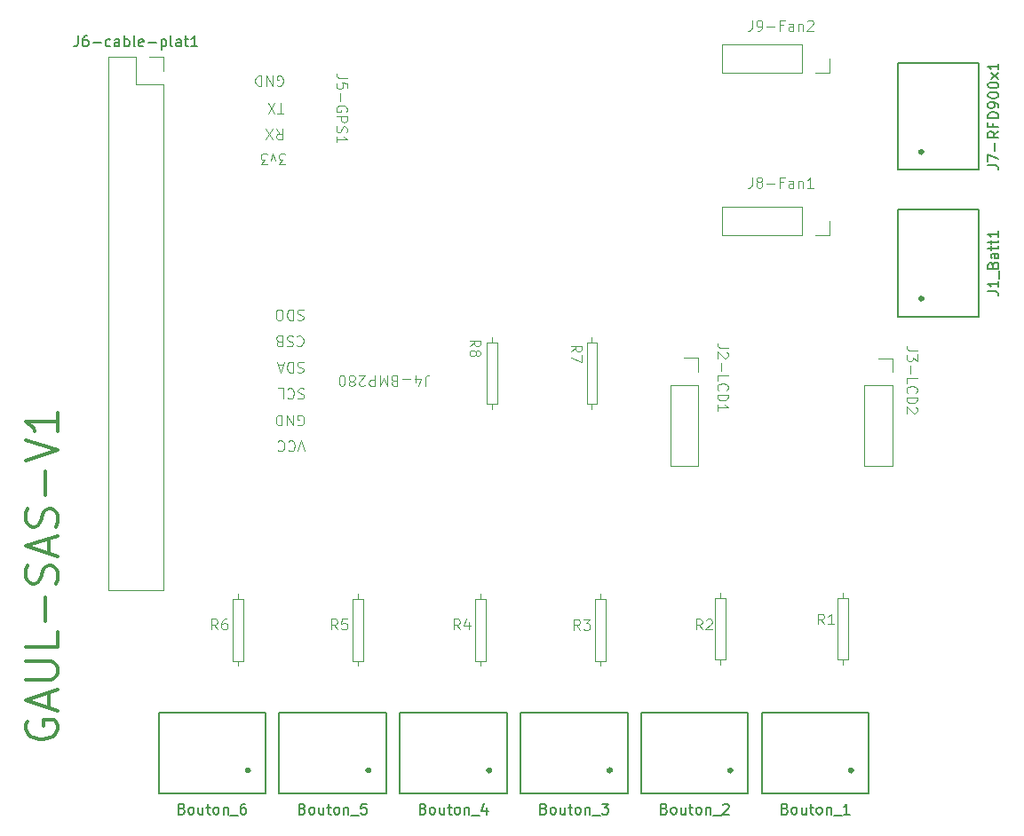
<source format=gbr>
%TF.GenerationSoftware,KiCad,Pcbnew,8.0.6*%
%TF.CreationDate,2025-01-28T17:52:03-05:00*%
%TF.ProjectId,SAS-PCB,5341532d-5043-4422-9e6b-696361645f70,rev?*%
%TF.SameCoordinates,Original*%
%TF.FileFunction,Legend,Top*%
%TF.FilePolarity,Positive*%
%FSLAX46Y46*%
G04 Gerber Fmt 4.6, Leading zero omitted, Abs format (unit mm)*
G04 Created by KiCad (PCBNEW 8.0.6) date 2025-01-28 17:52:03*
%MOMM*%
%LPD*%
G01*
G04 APERTURE LIST*
%ADD10C,0.300000*%
%ADD11C,0.150000*%
%ADD12C,0.100000*%
%ADD13C,0.200000*%
%ADD14C,0.400000*%
%ADD15C,0.120000*%
G04 APERTURE END LIST*
D10*
X116394114Y-106228917D02*
X116251257Y-106514632D01*
X116251257Y-106514632D02*
X116251257Y-106943203D01*
X116251257Y-106943203D02*
X116394114Y-107371774D01*
X116394114Y-107371774D02*
X116679828Y-107657489D01*
X116679828Y-107657489D02*
X116965542Y-107800346D01*
X116965542Y-107800346D02*
X117536971Y-107943203D01*
X117536971Y-107943203D02*
X117965542Y-107943203D01*
X117965542Y-107943203D02*
X118536971Y-107800346D01*
X118536971Y-107800346D02*
X118822685Y-107657489D01*
X118822685Y-107657489D02*
X119108400Y-107371774D01*
X119108400Y-107371774D02*
X119251257Y-106943203D01*
X119251257Y-106943203D02*
X119251257Y-106657489D01*
X119251257Y-106657489D02*
X119108400Y-106228917D01*
X119108400Y-106228917D02*
X118965542Y-106086060D01*
X118965542Y-106086060D02*
X117965542Y-106086060D01*
X117965542Y-106086060D02*
X117965542Y-106657489D01*
X118394114Y-104943203D02*
X118394114Y-103514632D01*
X119251257Y-105228917D02*
X116251257Y-104228917D01*
X116251257Y-104228917D02*
X119251257Y-103228917D01*
X116251257Y-102228917D02*
X118679828Y-102228917D01*
X118679828Y-102228917D02*
X118965542Y-102086060D01*
X118965542Y-102086060D02*
X119108400Y-101943203D01*
X119108400Y-101943203D02*
X119251257Y-101657488D01*
X119251257Y-101657488D02*
X119251257Y-101086060D01*
X119251257Y-101086060D02*
X119108400Y-100800345D01*
X119108400Y-100800345D02*
X118965542Y-100657488D01*
X118965542Y-100657488D02*
X118679828Y-100514631D01*
X118679828Y-100514631D02*
X116251257Y-100514631D01*
X119251257Y-97657488D02*
X119251257Y-99086060D01*
X119251257Y-99086060D02*
X116251257Y-99086060D01*
X118108400Y-96657489D02*
X118108400Y-94371775D01*
X119108400Y-93086060D02*
X119251257Y-92657489D01*
X119251257Y-92657489D02*
X119251257Y-91943203D01*
X119251257Y-91943203D02*
X119108400Y-91657489D01*
X119108400Y-91657489D02*
X118965542Y-91514631D01*
X118965542Y-91514631D02*
X118679828Y-91371774D01*
X118679828Y-91371774D02*
X118394114Y-91371774D01*
X118394114Y-91371774D02*
X118108400Y-91514631D01*
X118108400Y-91514631D02*
X117965542Y-91657489D01*
X117965542Y-91657489D02*
X117822685Y-91943203D01*
X117822685Y-91943203D02*
X117679828Y-92514631D01*
X117679828Y-92514631D02*
X117536971Y-92800346D01*
X117536971Y-92800346D02*
X117394114Y-92943203D01*
X117394114Y-92943203D02*
X117108400Y-93086060D01*
X117108400Y-93086060D02*
X116822685Y-93086060D01*
X116822685Y-93086060D02*
X116536971Y-92943203D01*
X116536971Y-92943203D02*
X116394114Y-92800346D01*
X116394114Y-92800346D02*
X116251257Y-92514631D01*
X116251257Y-92514631D02*
X116251257Y-91800346D01*
X116251257Y-91800346D02*
X116394114Y-91371774D01*
X118394114Y-90228917D02*
X118394114Y-88800346D01*
X119251257Y-90514631D02*
X116251257Y-89514631D01*
X116251257Y-89514631D02*
X119251257Y-88514631D01*
X119108400Y-87657488D02*
X119251257Y-87228917D01*
X119251257Y-87228917D02*
X119251257Y-86514631D01*
X119251257Y-86514631D02*
X119108400Y-86228917D01*
X119108400Y-86228917D02*
X118965542Y-86086059D01*
X118965542Y-86086059D02*
X118679828Y-85943202D01*
X118679828Y-85943202D02*
X118394114Y-85943202D01*
X118394114Y-85943202D02*
X118108400Y-86086059D01*
X118108400Y-86086059D02*
X117965542Y-86228917D01*
X117965542Y-86228917D02*
X117822685Y-86514631D01*
X117822685Y-86514631D02*
X117679828Y-87086059D01*
X117679828Y-87086059D02*
X117536971Y-87371774D01*
X117536971Y-87371774D02*
X117394114Y-87514631D01*
X117394114Y-87514631D02*
X117108400Y-87657488D01*
X117108400Y-87657488D02*
X116822685Y-87657488D01*
X116822685Y-87657488D02*
X116536971Y-87514631D01*
X116536971Y-87514631D02*
X116394114Y-87371774D01*
X116394114Y-87371774D02*
X116251257Y-87086059D01*
X116251257Y-87086059D02*
X116251257Y-86371774D01*
X116251257Y-86371774D02*
X116394114Y-85943202D01*
X118108400Y-84657488D02*
X118108400Y-82371774D01*
X116251257Y-81371773D02*
X119251257Y-80371773D01*
X119251257Y-80371773D02*
X116251257Y-79371773D01*
X119251257Y-76800344D02*
X119251257Y-78514630D01*
X119251257Y-77657487D02*
X116251257Y-77657487D01*
X116251257Y-77657487D02*
X116679828Y-77943201D01*
X116679828Y-77943201D02*
X116965542Y-78228916D01*
X116965542Y-78228916D02*
X117108400Y-78514630D01*
D11*
X154119047Y-114566009D02*
X154261904Y-114613628D01*
X154261904Y-114613628D02*
X154309523Y-114661247D01*
X154309523Y-114661247D02*
X154357142Y-114756485D01*
X154357142Y-114756485D02*
X154357142Y-114899342D01*
X154357142Y-114899342D02*
X154309523Y-114994580D01*
X154309523Y-114994580D02*
X154261904Y-115042200D01*
X154261904Y-115042200D02*
X154166666Y-115089819D01*
X154166666Y-115089819D02*
X153785714Y-115089819D01*
X153785714Y-115089819D02*
X153785714Y-114089819D01*
X153785714Y-114089819D02*
X154119047Y-114089819D01*
X154119047Y-114089819D02*
X154214285Y-114137438D01*
X154214285Y-114137438D02*
X154261904Y-114185057D01*
X154261904Y-114185057D02*
X154309523Y-114280295D01*
X154309523Y-114280295D02*
X154309523Y-114375533D01*
X154309523Y-114375533D02*
X154261904Y-114470771D01*
X154261904Y-114470771D02*
X154214285Y-114518390D01*
X154214285Y-114518390D02*
X154119047Y-114566009D01*
X154119047Y-114566009D02*
X153785714Y-114566009D01*
X154928571Y-115089819D02*
X154833333Y-115042200D01*
X154833333Y-115042200D02*
X154785714Y-114994580D01*
X154785714Y-114994580D02*
X154738095Y-114899342D01*
X154738095Y-114899342D02*
X154738095Y-114613628D01*
X154738095Y-114613628D02*
X154785714Y-114518390D01*
X154785714Y-114518390D02*
X154833333Y-114470771D01*
X154833333Y-114470771D02*
X154928571Y-114423152D01*
X154928571Y-114423152D02*
X155071428Y-114423152D01*
X155071428Y-114423152D02*
X155166666Y-114470771D01*
X155166666Y-114470771D02*
X155214285Y-114518390D01*
X155214285Y-114518390D02*
X155261904Y-114613628D01*
X155261904Y-114613628D02*
X155261904Y-114899342D01*
X155261904Y-114899342D02*
X155214285Y-114994580D01*
X155214285Y-114994580D02*
X155166666Y-115042200D01*
X155166666Y-115042200D02*
X155071428Y-115089819D01*
X155071428Y-115089819D02*
X154928571Y-115089819D01*
X156119047Y-114423152D02*
X156119047Y-115089819D01*
X155690476Y-114423152D02*
X155690476Y-114946961D01*
X155690476Y-114946961D02*
X155738095Y-115042200D01*
X155738095Y-115042200D02*
X155833333Y-115089819D01*
X155833333Y-115089819D02*
X155976190Y-115089819D01*
X155976190Y-115089819D02*
X156071428Y-115042200D01*
X156071428Y-115042200D02*
X156119047Y-114994580D01*
X156452381Y-114423152D02*
X156833333Y-114423152D01*
X156595238Y-114089819D02*
X156595238Y-114946961D01*
X156595238Y-114946961D02*
X156642857Y-115042200D01*
X156642857Y-115042200D02*
X156738095Y-115089819D01*
X156738095Y-115089819D02*
X156833333Y-115089819D01*
X157309524Y-115089819D02*
X157214286Y-115042200D01*
X157214286Y-115042200D02*
X157166667Y-114994580D01*
X157166667Y-114994580D02*
X157119048Y-114899342D01*
X157119048Y-114899342D02*
X157119048Y-114613628D01*
X157119048Y-114613628D02*
X157166667Y-114518390D01*
X157166667Y-114518390D02*
X157214286Y-114470771D01*
X157214286Y-114470771D02*
X157309524Y-114423152D01*
X157309524Y-114423152D02*
X157452381Y-114423152D01*
X157452381Y-114423152D02*
X157547619Y-114470771D01*
X157547619Y-114470771D02*
X157595238Y-114518390D01*
X157595238Y-114518390D02*
X157642857Y-114613628D01*
X157642857Y-114613628D02*
X157642857Y-114899342D01*
X157642857Y-114899342D02*
X157595238Y-114994580D01*
X157595238Y-114994580D02*
X157547619Y-115042200D01*
X157547619Y-115042200D02*
X157452381Y-115089819D01*
X157452381Y-115089819D02*
X157309524Y-115089819D01*
X158071429Y-114423152D02*
X158071429Y-115089819D01*
X158071429Y-114518390D02*
X158119048Y-114470771D01*
X158119048Y-114470771D02*
X158214286Y-114423152D01*
X158214286Y-114423152D02*
X158357143Y-114423152D01*
X158357143Y-114423152D02*
X158452381Y-114470771D01*
X158452381Y-114470771D02*
X158500000Y-114566009D01*
X158500000Y-114566009D02*
X158500000Y-115089819D01*
X158738096Y-115185057D02*
X159500000Y-115185057D01*
X160166667Y-114423152D02*
X160166667Y-115089819D01*
X159928572Y-114042200D02*
X159690477Y-114756485D01*
X159690477Y-114756485D02*
X160309524Y-114756485D01*
D12*
X134517333Y-97457419D02*
X134184000Y-96981228D01*
X133945905Y-97457419D02*
X133945905Y-96457419D01*
X133945905Y-96457419D02*
X134326857Y-96457419D01*
X134326857Y-96457419D02*
X134422095Y-96505038D01*
X134422095Y-96505038D02*
X134469714Y-96552657D01*
X134469714Y-96552657D02*
X134517333Y-96647895D01*
X134517333Y-96647895D02*
X134517333Y-96790752D01*
X134517333Y-96790752D02*
X134469714Y-96885990D01*
X134469714Y-96885990D02*
X134422095Y-96933609D01*
X134422095Y-96933609D02*
X134326857Y-96981228D01*
X134326857Y-96981228D02*
X133945905Y-96981228D01*
X135374476Y-96457419D02*
X135184000Y-96457419D01*
X135184000Y-96457419D02*
X135088762Y-96505038D01*
X135088762Y-96505038D02*
X135041143Y-96552657D01*
X135041143Y-96552657D02*
X134945905Y-96695514D01*
X134945905Y-96695514D02*
X134898286Y-96885990D01*
X134898286Y-96885990D02*
X134898286Y-97266942D01*
X134898286Y-97266942D02*
X134945905Y-97362180D01*
X134945905Y-97362180D02*
X134993524Y-97409800D01*
X134993524Y-97409800D02*
X135088762Y-97457419D01*
X135088762Y-97457419D02*
X135279238Y-97457419D01*
X135279238Y-97457419D02*
X135374476Y-97409800D01*
X135374476Y-97409800D02*
X135422095Y-97362180D01*
X135422095Y-97362180D02*
X135469714Y-97266942D01*
X135469714Y-97266942D02*
X135469714Y-97028847D01*
X135469714Y-97028847D02*
X135422095Y-96933609D01*
X135422095Y-96933609D02*
X135374476Y-96885990D01*
X135374476Y-96885990D02*
X135279238Y-96838371D01*
X135279238Y-96838371D02*
X135088762Y-96838371D01*
X135088762Y-96838371D02*
X134993524Y-96885990D01*
X134993524Y-96885990D02*
X134945905Y-96933609D01*
X134945905Y-96933609D02*
X134898286Y-97028847D01*
D11*
X165619047Y-114566009D02*
X165761904Y-114613628D01*
X165761904Y-114613628D02*
X165809523Y-114661247D01*
X165809523Y-114661247D02*
X165857142Y-114756485D01*
X165857142Y-114756485D02*
X165857142Y-114899342D01*
X165857142Y-114899342D02*
X165809523Y-114994580D01*
X165809523Y-114994580D02*
X165761904Y-115042200D01*
X165761904Y-115042200D02*
X165666666Y-115089819D01*
X165666666Y-115089819D02*
X165285714Y-115089819D01*
X165285714Y-115089819D02*
X165285714Y-114089819D01*
X165285714Y-114089819D02*
X165619047Y-114089819D01*
X165619047Y-114089819D02*
X165714285Y-114137438D01*
X165714285Y-114137438D02*
X165761904Y-114185057D01*
X165761904Y-114185057D02*
X165809523Y-114280295D01*
X165809523Y-114280295D02*
X165809523Y-114375533D01*
X165809523Y-114375533D02*
X165761904Y-114470771D01*
X165761904Y-114470771D02*
X165714285Y-114518390D01*
X165714285Y-114518390D02*
X165619047Y-114566009D01*
X165619047Y-114566009D02*
X165285714Y-114566009D01*
X166428571Y-115089819D02*
X166333333Y-115042200D01*
X166333333Y-115042200D02*
X166285714Y-114994580D01*
X166285714Y-114994580D02*
X166238095Y-114899342D01*
X166238095Y-114899342D02*
X166238095Y-114613628D01*
X166238095Y-114613628D02*
X166285714Y-114518390D01*
X166285714Y-114518390D02*
X166333333Y-114470771D01*
X166333333Y-114470771D02*
X166428571Y-114423152D01*
X166428571Y-114423152D02*
X166571428Y-114423152D01*
X166571428Y-114423152D02*
X166666666Y-114470771D01*
X166666666Y-114470771D02*
X166714285Y-114518390D01*
X166714285Y-114518390D02*
X166761904Y-114613628D01*
X166761904Y-114613628D02*
X166761904Y-114899342D01*
X166761904Y-114899342D02*
X166714285Y-114994580D01*
X166714285Y-114994580D02*
X166666666Y-115042200D01*
X166666666Y-115042200D02*
X166571428Y-115089819D01*
X166571428Y-115089819D02*
X166428571Y-115089819D01*
X167619047Y-114423152D02*
X167619047Y-115089819D01*
X167190476Y-114423152D02*
X167190476Y-114946961D01*
X167190476Y-114946961D02*
X167238095Y-115042200D01*
X167238095Y-115042200D02*
X167333333Y-115089819D01*
X167333333Y-115089819D02*
X167476190Y-115089819D01*
X167476190Y-115089819D02*
X167571428Y-115042200D01*
X167571428Y-115042200D02*
X167619047Y-114994580D01*
X167952381Y-114423152D02*
X168333333Y-114423152D01*
X168095238Y-114089819D02*
X168095238Y-114946961D01*
X168095238Y-114946961D02*
X168142857Y-115042200D01*
X168142857Y-115042200D02*
X168238095Y-115089819D01*
X168238095Y-115089819D02*
X168333333Y-115089819D01*
X168809524Y-115089819D02*
X168714286Y-115042200D01*
X168714286Y-115042200D02*
X168666667Y-114994580D01*
X168666667Y-114994580D02*
X168619048Y-114899342D01*
X168619048Y-114899342D02*
X168619048Y-114613628D01*
X168619048Y-114613628D02*
X168666667Y-114518390D01*
X168666667Y-114518390D02*
X168714286Y-114470771D01*
X168714286Y-114470771D02*
X168809524Y-114423152D01*
X168809524Y-114423152D02*
X168952381Y-114423152D01*
X168952381Y-114423152D02*
X169047619Y-114470771D01*
X169047619Y-114470771D02*
X169095238Y-114518390D01*
X169095238Y-114518390D02*
X169142857Y-114613628D01*
X169142857Y-114613628D02*
X169142857Y-114899342D01*
X169142857Y-114899342D02*
X169095238Y-114994580D01*
X169095238Y-114994580D02*
X169047619Y-115042200D01*
X169047619Y-115042200D02*
X168952381Y-115089819D01*
X168952381Y-115089819D02*
X168809524Y-115089819D01*
X169571429Y-114423152D02*
X169571429Y-115089819D01*
X169571429Y-114518390D02*
X169619048Y-114470771D01*
X169619048Y-114470771D02*
X169714286Y-114423152D01*
X169714286Y-114423152D02*
X169857143Y-114423152D01*
X169857143Y-114423152D02*
X169952381Y-114470771D01*
X169952381Y-114470771D02*
X170000000Y-114566009D01*
X170000000Y-114566009D02*
X170000000Y-115089819D01*
X170238096Y-115185057D02*
X171000000Y-115185057D01*
X171142858Y-114089819D02*
X171761905Y-114089819D01*
X171761905Y-114089819D02*
X171428572Y-114470771D01*
X171428572Y-114470771D02*
X171571429Y-114470771D01*
X171571429Y-114470771D02*
X171666667Y-114518390D01*
X171666667Y-114518390D02*
X171714286Y-114566009D01*
X171714286Y-114566009D02*
X171761905Y-114661247D01*
X171761905Y-114661247D02*
X171761905Y-114899342D01*
X171761905Y-114899342D02*
X171714286Y-114994580D01*
X171714286Y-114994580D02*
X171666667Y-115042200D01*
X171666667Y-115042200D02*
X171571429Y-115089819D01*
X171571429Y-115089819D02*
X171285715Y-115089819D01*
X171285715Y-115089819D02*
X171190477Y-115042200D01*
X171190477Y-115042200D02*
X171142858Y-114994580D01*
X131119047Y-114566009D02*
X131261904Y-114613628D01*
X131261904Y-114613628D02*
X131309523Y-114661247D01*
X131309523Y-114661247D02*
X131357142Y-114756485D01*
X131357142Y-114756485D02*
X131357142Y-114899342D01*
X131357142Y-114899342D02*
X131309523Y-114994580D01*
X131309523Y-114994580D02*
X131261904Y-115042200D01*
X131261904Y-115042200D02*
X131166666Y-115089819D01*
X131166666Y-115089819D02*
X130785714Y-115089819D01*
X130785714Y-115089819D02*
X130785714Y-114089819D01*
X130785714Y-114089819D02*
X131119047Y-114089819D01*
X131119047Y-114089819D02*
X131214285Y-114137438D01*
X131214285Y-114137438D02*
X131261904Y-114185057D01*
X131261904Y-114185057D02*
X131309523Y-114280295D01*
X131309523Y-114280295D02*
X131309523Y-114375533D01*
X131309523Y-114375533D02*
X131261904Y-114470771D01*
X131261904Y-114470771D02*
X131214285Y-114518390D01*
X131214285Y-114518390D02*
X131119047Y-114566009D01*
X131119047Y-114566009D02*
X130785714Y-114566009D01*
X131928571Y-115089819D02*
X131833333Y-115042200D01*
X131833333Y-115042200D02*
X131785714Y-114994580D01*
X131785714Y-114994580D02*
X131738095Y-114899342D01*
X131738095Y-114899342D02*
X131738095Y-114613628D01*
X131738095Y-114613628D02*
X131785714Y-114518390D01*
X131785714Y-114518390D02*
X131833333Y-114470771D01*
X131833333Y-114470771D02*
X131928571Y-114423152D01*
X131928571Y-114423152D02*
X132071428Y-114423152D01*
X132071428Y-114423152D02*
X132166666Y-114470771D01*
X132166666Y-114470771D02*
X132214285Y-114518390D01*
X132214285Y-114518390D02*
X132261904Y-114613628D01*
X132261904Y-114613628D02*
X132261904Y-114899342D01*
X132261904Y-114899342D02*
X132214285Y-114994580D01*
X132214285Y-114994580D02*
X132166666Y-115042200D01*
X132166666Y-115042200D02*
X132071428Y-115089819D01*
X132071428Y-115089819D02*
X131928571Y-115089819D01*
X133119047Y-114423152D02*
X133119047Y-115089819D01*
X132690476Y-114423152D02*
X132690476Y-114946961D01*
X132690476Y-114946961D02*
X132738095Y-115042200D01*
X132738095Y-115042200D02*
X132833333Y-115089819D01*
X132833333Y-115089819D02*
X132976190Y-115089819D01*
X132976190Y-115089819D02*
X133071428Y-115042200D01*
X133071428Y-115042200D02*
X133119047Y-114994580D01*
X133452381Y-114423152D02*
X133833333Y-114423152D01*
X133595238Y-114089819D02*
X133595238Y-114946961D01*
X133595238Y-114946961D02*
X133642857Y-115042200D01*
X133642857Y-115042200D02*
X133738095Y-115089819D01*
X133738095Y-115089819D02*
X133833333Y-115089819D01*
X134309524Y-115089819D02*
X134214286Y-115042200D01*
X134214286Y-115042200D02*
X134166667Y-114994580D01*
X134166667Y-114994580D02*
X134119048Y-114899342D01*
X134119048Y-114899342D02*
X134119048Y-114613628D01*
X134119048Y-114613628D02*
X134166667Y-114518390D01*
X134166667Y-114518390D02*
X134214286Y-114470771D01*
X134214286Y-114470771D02*
X134309524Y-114423152D01*
X134309524Y-114423152D02*
X134452381Y-114423152D01*
X134452381Y-114423152D02*
X134547619Y-114470771D01*
X134547619Y-114470771D02*
X134595238Y-114518390D01*
X134595238Y-114518390D02*
X134642857Y-114613628D01*
X134642857Y-114613628D02*
X134642857Y-114899342D01*
X134642857Y-114899342D02*
X134595238Y-114994580D01*
X134595238Y-114994580D02*
X134547619Y-115042200D01*
X134547619Y-115042200D02*
X134452381Y-115089819D01*
X134452381Y-115089819D02*
X134309524Y-115089819D01*
X135071429Y-114423152D02*
X135071429Y-115089819D01*
X135071429Y-114518390D02*
X135119048Y-114470771D01*
X135119048Y-114470771D02*
X135214286Y-114423152D01*
X135214286Y-114423152D02*
X135357143Y-114423152D01*
X135357143Y-114423152D02*
X135452381Y-114470771D01*
X135452381Y-114470771D02*
X135500000Y-114566009D01*
X135500000Y-114566009D02*
X135500000Y-115089819D01*
X135738096Y-115185057D02*
X136500000Y-115185057D01*
X137166667Y-114089819D02*
X136976191Y-114089819D01*
X136976191Y-114089819D02*
X136880953Y-114137438D01*
X136880953Y-114137438D02*
X136833334Y-114185057D01*
X136833334Y-114185057D02*
X136738096Y-114327914D01*
X136738096Y-114327914D02*
X136690477Y-114518390D01*
X136690477Y-114518390D02*
X136690477Y-114899342D01*
X136690477Y-114899342D02*
X136738096Y-114994580D01*
X136738096Y-114994580D02*
X136785715Y-115042200D01*
X136785715Y-115042200D02*
X136880953Y-115089819D01*
X136880953Y-115089819D02*
X137071429Y-115089819D01*
X137071429Y-115089819D02*
X137166667Y-115042200D01*
X137166667Y-115042200D02*
X137214286Y-114994580D01*
X137214286Y-114994580D02*
X137261905Y-114899342D01*
X137261905Y-114899342D02*
X137261905Y-114661247D01*
X137261905Y-114661247D02*
X137214286Y-114566009D01*
X137214286Y-114566009D02*
X137166667Y-114518390D01*
X137166667Y-114518390D02*
X137071429Y-114470771D01*
X137071429Y-114470771D02*
X136880953Y-114470771D01*
X136880953Y-114470771D02*
X136785715Y-114518390D01*
X136785715Y-114518390D02*
X136738096Y-114566009D01*
X136738096Y-114566009D02*
X136690477Y-114661247D01*
D12*
X145947333Y-97457419D02*
X145614000Y-96981228D01*
X145375905Y-97457419D02*
X145375905Y-96457419D01*
X145375905Y-96457419D02*
X145756857Y-96457419D01*
X145756857Y-96457419D02*
X145852095Y-96505038D01*
X145852095Y-96505038D02*
X145899714Y-96552657D01*
X145899714Y-96552657D02*
X145947333Y-96647895D01*
X145947333Y-96647895D02*
X145947333Y-96790752D01*
X145947333Y-96790752D02*
X145899714Y-96885990D01*
X145899714Y-96885990D02*
X145852095Y-96933609D01*
X145852095Y-96933609D02*
X145756857Y-96981228D01*
X145756857Y-96981228D02*
X145375905Y-96981228D01*
X146852095Y-96457419D02*
X146375905Y-96457419D01*
X146375905Y-96457419D02*
X146328286Y-96933609D01*
X146328286Y-96933609D02*
X146375905Y-96885990D01*
X146375905Y-96885990D02*
X146471143Y-96838371D01*
X146471143Y-96838371D02*
X146709238Y-96838371D01*
X146709238Y-96838371D02*
X146804476Y-96885990D01*
X146804476Y-96885990D02*
X146852095Y-96933609D01*
X146852095Y-96933609D02*
X146899714Y-97028847D01*
X146899714Y-97028847D02*
X146899714Y-97266942D01*
X146899714Y-97266942D02*
X146852095Y-97362180D01*
X146852095Y-97362180D02*
X146804476Y-97409800D01*
X146804476Y-97409800D02*
X146709238Y-97457419D01*
X146709238Y-97457419D02*
X146471143Y-97457419D01*
X146471143Y-97457419D02*
X146375905Y-97409800D01*
X146375905Y-97409800D02*
X146328286Y-97362180D01*
X146846580Y-44847238D02*
X146132295Y-44847238D01*
X146132295Y-44847238D02*
X145989438Y-44799619D01*
X145989438Y-44799619D02*
X145894200Y-44704381D01*
X145894200Y-44704381D02*
X145846580Y-44561524D01*
X145846580Y-44561524D02*
X145846580Y-44466286D01*
X146846580Y-45799619D02*
X146846580Y-45323429D01*
X146846580Y-45323429D02*
X146370390Y-45275810D01*
X146370390Y-45275810D02*
X146418009Y-45323429D01*
X146418009Y-45323429D02*
X146465628Y-45418667D01*
X146465628Y-45418667D02*
X146465628Y-45656762D01*
X146465628Y-45656762D02*
X146418009Y-45752000D01*
X146418009Y-45752000D02*
X146370390Y-45799619D01*
X146370390Y-45799619D02*
X146275152Y-45847238D01*
X146275152Y-45847238D02*
X146037057Y-45847238D01*
X146037057Y-45847238D02*
X145941819Y-45799619D01*
X145941819Y-45799619D02*
X145894200Y-45752000D01*
X145894200Y-45752000D02*
X145846580Y-45656762D01*
X145846580Y-45656762D02*
X145846580Y-45418667D01*
X145846580Y-45418667D02*
X145894200Y-45323429D01*
X145894200Y-45323429D02*
X145941819Y-45275810D01*
X146227533Y-46275810D02*
X146227533Y-47037715D01*
X146798961Y-48037714D02*
X146846580Y-47942476D01*
X146846580Y-47942476D02*
X146846580Y-47799619D01*
X146846580Y-47799619D02*
X146798961Y-47656762D01*
X146798961Y-47656762D02*
X146703723Y-47561524D01*
X146703723Y-47561524D02*
X146608485Y-47513905D01*
X146608485Y-47513905D02*
X146418009Y-47466286D01*
X146418009Y-47466286D02*
X146275152Y-47466286D01*
X146275152Y-47466286D02*
X146084676Y-47513905D01*
X146084676Y-47513905D02*
X145989438Y-47561524D01*
X145989438Y-47561524D02*
X145894200Y-47656762D01*
X145894200Y-47656762D02*
X145846580Y-47799619D01*
X145846580Y-47799619D02*
X145846580Y-47894857D01*
X145846580Y-47894857D02*
X145894200Y-48037714D01*
X145894200Y-48037714D02*
X145941819Y-48085333D01*
X145941819Y-48085333D02*
X146275152Y-48085333D01*
X146275152Y-48085333D02*
X146275152Y-47894857D01*
X145846580Y-48513905D02*
X146846580Y-48513905D01*
X146846580Y-48513905D02*
X146846580Y-48894857D01*
X146846580Y-48894857D02*
X146798961Y-48990095D01*
X146798961Y-48990095D02*
X146751342Y-49037714D01*
X146751342Y-49037714D02*
X146656104Y-49085333D01*
X146656104Y-49085333D02*
X146513247Y-49085333D01*
X146513247Y-49085333D02*
X146418009Y-49037714D01*
X146418009Y-49037714D02*
X146370390Y-48990095D01*
X146370390Y-48990095D02*
X146322771Y-48894857D01*
X146322771Y-48894857D02*
X146322771Y-48513905D01*
X145894200Y-49466286D02*
X145846580Y-49609143D01*
X145846580Y-49609143D02*
X145846580Y-49847238D01*
X145846580Y-49847238D02*
X145894200Y-49942476D01*
X145894200Y-49942476D02*
X145941819Y-49990095D01*
X145941819Y-49990095D02*
X146037057Y-50037714D01*
X146037057Y-50037714D02*
X146132295Y-50037714D01*
X146132295Y-50037714D02*
X146227533Y-49990095D01*
X146227533Y-49990095D02*
X146275152Y-49942476D01*
X146275152Y-49942476D02*
X146322771Y-49847238D01*
X146322771Y-49847238D02*
X146370390Y-49656762D01*
X146370390Y-49656762D02*
X146418009Y-49561524D01*
X146418009Y-49561524D02*
X146465628Y-49513905D01*
X146465628Y-49513905D02*
X146560866Y-49466286D01*
X146560866Y-49466286D02*
X146656104Y-49466286D01*
X146656104Y-49466286D02*
X146751342Y-49513905D01*
X146751342Y-49513905D02*
X146798961Y-49561524D01*
X146798961Y-49561524D02*
X146846580Y-49656762D01*
X146846580Y-49656762D02*
X146846580Y-49894857D01*
X146846580Y-49894857D02*
X146798961Y-50037714D01*
X145846580Y-50990095D02*
X145846580Y-50418667D01*
X145846580Y-50704381D02*
X146846580Y-50704381D01*
X146846580Y-50704381D02*
X146703723Y-50609143D01*
X146703723Y-50609143D02*
X146608485Y-50513905D01*
X146608485Y-50513905D02*
X146560866Y-50418667D01*
X140991353Y-53057580D02*
X140372306Y-53057580D01*
X140372306Y-53057580D02*
X140705639Y-52676628D01*
X140705639Y-52676628D02*
X140562782Y-52676628D01*
X140562782Y-52676628D02*
X140467544Y-52629009D01*
X140467544Y-52629009D02*
X140419925Y-52581390D01*
X140419925Y-52581390D02*
X140372306Y-52486152D01*
X140372306Y-52486152D02*
X140372306Y-52248057D01*
X140372306Y-52248057D02*
X140419925Y-52152819D01*
X140419925Y-52152819D02*
X140467544Y-52105200D01*
X140467544Y-52105200D02*
X140562782Y-52057580D01*
X140562782Y-52057580D02*
X140848496Y-52057580D01*
X140848496Y-52057580D02*
X140943734Y-52105200D01*
X140943734Y-52105200D02*
X140991353Y-52152819D01*
X140038972Y-52724247D02*
X139800877Y-52057580D01*
X139800877Y-52057580D02*
X139562782Y-52724247D01*
X139277067Y-53057580D02*
X138658020Y-53057580D01*
X138658020Y-53057580D02*
X138991353Y-52676628D01*
X138991353Y-52676628D02*
X138848496Y-52676628D01*
X138848496Y-52676628D02*
X138753258Y-52629009D01*
X138753258Y-52629009D02*
X138705639Y-52581390D01*
X138705639Y-52581390D02*
X138658020Y-52486152D01*
X138658020Y-52486152D02*
X138658020Y-52248057D01*
X138658020Y-52248057D02*
X138705639Y-52152819D01*
X138705639Y-52152819D02*
X138753258Y-52105200D01*
X138753258Y-52105200D02*
X138848496Y-52057580D01*
X138848496Y-52057580D02*
X139134210Y-52057580D01*
X139134210Y-52057580D02*
X139229448Y-52105200D01*
X139229448Y-52105200D02*
X139277067Y-52152819D01*
X140202306Y-45572461D02*
X140297544Y-45620080D01*
X140297544Y-45620080D02*
X140440401Y-45620080D01*
X140440401Y-45620080D02*
X140583258Y-45572461D01*
X140583258Y-45572461D02*
X140678496Y-45477223D01*
X140678496Y-45477223D02*
X140726115Y-45381985D01*
X140726115Y-45381985D02*
X140773734Y-45191509D01*
X140773734Y-45191509D02*
X140773734Y-45048652D01*
X140773734Y-45048652D02*
X140726115Y-44858176D01*
X140726115Y-44858176D02*
X140678496Y-44762938D01*
X140678496Y-44762938D02*
X140583258Y-44667700D01*
X140583258Y-44667700D02*
X140440401Y-44620080D01*
X140440401Y-44620080D02*
X140345163Y-44620080D01*
X140345163Y-44620080D02*
X140202306Y-44667700D01*
X140202306Y-44667700D02*
X140154687Y-44715319D01*
X140154687Y-44715319D02*
X140154687Y-45048652D01*
X140154687Y-45048652D02*
X140345163Y-45048652D01*
X139726115Y-44620080D02*
X139726115Y-45620080D01*
X139726115Y-45620080D02*
X139154687Y-44620080D01*
X139154687Y-44620080D02*
X139154687Y-45620080D01*
X138678496Y-44620080D02*
X138678496Y-45620080D01*
X138678496Y-45620080D02*
X138440401Y-45620080D01*
X138440401Y-45620080D02*
X138297544Y-45572461D01*
X138297544Y-45572461D02*
X138202306Y-45477223D01*
X138202306Y-45477223D02*
X138154687Y-45381985D01*
X138154687Y-45381985D02*
X138107068Y-45191509D01*
X138107068Y-45191509D02*
X138107068Y-45048652D01*
X138107068Y-45048652D02*
X138154687Y-44858176D01*
X138154687Y-44858176D02*
X138202306Y-44762938D01*
X138202306Y-44762938D02*
X138297544Y-44667700D01*
X138297544Y-44667700D02*
X138440401Y-44620080D01*
X138440401Y-44620080D02*
X138678496Y-44620080D01*
X140786387Y-48259492D02*
X140214959Y-48259492D01*
X140500673Y-47259492D02*
X140500673Y-48259492D01*
X139976863Y-48259492D02*
X139310197Y-47259492D01*
X139310197Y-48259492D02*
X139976863Y-47259492D01*
X140121317Y-49695332D02*
X140454650Y-50171523D01*
X140692745Y-49695332D02*
X140692745Y-50695332D01*
X140692745Y-50695332D02*
X140311793Y-50695332D01*
X140311793Y-50695332D02*
X140216555Y-50647713D01*
X140216555Y-50647713D02*
X140168936Y-50600094D01*
X140168936Y-50600094D02*
X140121317Y-50504856D01*
X140121317Y-50504856D02*
X140121317Y-50361999D01*
X140121317Y-50361999D02*
X140168936Y-50266761D01*
X140168936Y-50266761D02*
X140216555Y-50219142D01*
X140216555Y-50219142D02*
X140311793Y-50171523D01*
X140311793Y-50171523D02*
X140692745Y-50171523D01*
X139787983Y-50695332D02*
X139121317Y-49695332D01*
X139121317Y-50695332D02*
X139787983Y-49695332D01*
X183168580Y-70572666D02*
X182454295Y-70572666D01*
X182454295Y-70572666D02*
X182311438Y-70525047D01*
X182311438Y-70525047D02*
X182216200Y-70429809D01*
X182216200Y-70429809D02*
X182168580Y-70286952D01*
X182168580Y-70286952D02*
X182168580Y-70191714D01*
X183073342Y-71001238D02*
X183120961Y-71048857D01*
X183120961Y-71048857D02*
X183168580Y-71144095D01*
X183168580Y-71144095D02*
X183168580Y-71382190D01*
X183168580Y-71382190D02*
X183120961Y-71477428D01*
X183120961Y-71477428D02*
X183073342Y-71525047D01*
X183073342Y-71525047D02*
X182978104Y-71572666D01*
X182978104Y-71572666D02*
X182882866Y-71572666D01*
X182882866Y-71572666D02*
X182740009Y-71525047D01*
X182740009Y-71525047D02*
X182168580Y-70953619D01*
X182168580Y-70953619D02*
X182168580Y-71572666D01*
X182549533Y-72001238D02*
X182549533Y-72763143D01*
X182168580Y-73715523D02*
X182168580Y-73239333D01*
X182168580Y-73239333D02*
X183168580Y-73239333D01*
X182263819Y-74620285D02*
X182216200Y-74572666D01*
X182216200Y-74572666D02*
X182168580Y-74429809D01*
X182168580Y-74429809D02*
X182168580Y-74334571D01*
X182168580Y-74334571D02*
X182216200Y-74191714D01*
X182216200Y-74191714D02*
X182311438Y-74096476D01*
X182311438Y-74096476D02*
X182406676Y-74048857D01*
X182406676Y-74048857D02*
X182597152Y-74001238D01*
X182597152Y-74001238D02*
X182740009Y-74001238D01*
X182740009Y-74001238D02*
X182930485Y-74048857D01*
X182930485Y-74048857D02*
X183025723Y-74096476D01*
X183025723Y-74096476D02*
X183120961Y-74191714D01*
X183120961Y-74191714D02*
X183168580Y-74334571D01*
X183168580Y-74334571D02*
X183168580Y-74429809D01*
X183168580Y-74429809D02*
X183120961Y-74572666D01*
X183120961Y-74572666D02*
X183073342Y-74620285D01*
X182168580Y-75048857D02*
X183168580Y-75048857D01*
X183168580Y-75048857D02*
X183168580Y-75286952D01*
X183168580Y-75286952D02*
X183120961Y-75429809D01*
X183120961Y-75429809D02*
X183025723Y-75525047D01*
X183025723Y-75525047D02*
X182930485Y-75572666D01*
X182930485Y-75572666D02*
X182740009Y-75620285D01*
X182740009Y-75620285D02*
X182597152Y-75620285D01*
X182597152Y-75620285D02*
X182406676Y-75572666D01*
X182406676Y-75572666D02*
X182311438Y-75525047D01*
X182311438Y-75525047D02*
X182216200Y-75429809D01*
X182216200Y-75429809D02*
X182168580Y-75286952D01*
X182168580Y-75286952D02*
X182168580Y-75048857D01*
X182168580Y-76572666D02*
X182168580Y-76001238D01*
X182168580Y-76286952D02*
X183168580Y-76286952D01*
X183168580Y-76286952D02*
X183025723Y-76191714D01*
X183025723Y-76191714D02*
X182930485Y-76096476D01*
X182930485Y-76096476D02*
X182882866Y-76001238D01*
X168198580Y-70953333D02*
X168674771Y-70620000D01*
X168198580Y-70381905D02*
X169198580Y-70381905D01*
X169198580Y-70381905D02*
X169198580Y-70762857D01*
X169198580Y-70762857D02*
X169150961Y-70858095D01*
X169150961Y-70858095D02*
X169103342Y-70905714D01*
X169103342Y-70905714D02*
X169008104Y-70953333D01*
X169008104Y-70953333D02*
X168865247Y-70953333D01*
X168865247Y-70953333D02*
X168770009Y-70905714D01*
X168770009Y-70905714D02*
X168722390Y-70858095D01*
X168722390Y-70858095D02*
X168674771Y-70762857D01*
X168674771Y-70762857D02*
X168674771Y-70381905D01*
X169198580Y-71286667D02*
X169198580Y-71953333D01*
X169198580Y-71953333D02*
X168198580Y-71524762D01*
D11*
X188619047Y-114566009D02*
X188761904Y-114613628D01*
X188761904Y-114613628D02*
X188809523Y-114661247D01*
X188809523Y-114661247D02*
X188857142Y-114756485D01*
X188857142Y-114756485D02*
X188857142Y-114899342D01*
X188857142Y-114899342D02*
X188809523Y-114994580D01*
X188809523Y-114994580D02*
X188761904Y-115042200D01*
X188761904Y-115042200D02*
X188666666Y-115089819D01*
X188666666Y-115089819D02*
X188285714Y-115089819D01*
X188285714Y-115089819D02*
X188285714Y-114089819D01*
X188285714Y-114089819D02*
X188619047Y-114089819D01*
X188619047Y-114089819D02*
X188714285Y-114137438D01*
X188714285Y-114137438D02*
X188761904Y-114185057D01*
X188761904Y-114185057D02*
X188809523Y-114280295D01*
X188809523Y-114280295D02*
X188809523Y-114375533D01*
X188809523Y-114375533D02*
X188761904Y-114470771D01*
X188761904Y-114470771D02*
X188714285Y-114518390D01*
X188714285Y-114518390D02*
X188619047Y-114566009D01*
X188619047Y-114566009D02*
X188285714Y-114566009D01*
X189428571Y-115089819D02*
X189333333Y-115042200D01*
X189333333Y-115042200D02*
X189285714Y-114994580D01*
X189285714Y-114994580D02*
X189238095Y-114899342D01*
X189238095Y-114899342D02*
X189238095Y-114613628D01*
X189238095Y-114613628D02*
X189285714Y-114518390D01*
X189285714Y-114518390D02*
X189333333Y-114470771D01*
X189333333Y-114470771D02*
X189428571Y-114423152D01*
X189428571Y-114423152D02*
X189571428Y-114423152D01*
X189571428Y-114423152D02*
X189666666Y-114470771D01*
X189666666Y-114470771D02*
X189714285Y-114518390D01*
X189714285Y-114518390D02*
X189761904Y-114613628D01*
X189761904Y-114613628D02*
X189761904Y-114899342D01*
X189761904Y-114899342D02*
X189714285Y-114994580D01*
X189714285Y-114994580D02*
X189666666Y-115042200D01*
X189666666Y-115042200D02*
X189571428Y-115089819D01*
X189571428Y-115089819D02*
X189428571Y-115089819D01*
X190619047Y-114423152D02*
X190619047Y-115089819D01*
X190190476Y-114423152D02*
X190190476Y-114946961D01*
X190190476Y-114946961D02*
X190238095Y-115042200D01*
X190238095Y-115042200D02*
X190333333Y-115089819D01*
X190333333Y-115089819D02*
X190476190Y-115089819D01*
X190476190Y-115089819D02*
X190571428Y-115042200D01*
X190571428Y-115042200D02*
X190619047Y-114994580D01*
X190952381Y-114423152D02*
X191333333Y-114423152D01*
X191095238Y-114089819D02*
X191095238Y-114946961D01*
X191095238Y-114946961D02*
X191142857Y-115042200D01*
X191142857Y-115042200D02*
X191238095Y-115089819D01*
X191238095Y-115089819D02*
X191333333Y-115089819D01*
X191809524Y-115089819D02*
X191714286Y-115042200D01*
X191714286Y-115042200D02*
X191666667Y-114994580D01*
X191666667Y-114994580D02*
X191619048Y-114899342D01*
X191619048Y-114899342D02*
X191619048Y-114613628D01*
X191619048Y-114613628D02*
X191666667Y-114518390D01*
X191666667Y-114518390D02*
X191714286Y-114470771D01*
X191714286Y-114470771D02*
X191809524Y-114423152D01*
X191809524Y-114423152D02*
X191952381Y-114423152D01*
X191952381Y-114423152D02*
X192047619Y-114470771D01*
X192047619Y-114470771D02*
X192095238Y-114518390D01*
X192095238Y-114518390D02*
X192142857Y-114613628D01*
X192142857Y-114613628D02*
X192142857Y-114899342D01*
X192142857Y-114899342D02*
X192095238Y-114994580D01*
X192095238Y-114994580D02*
X192047619Y-115042200D01*
X192047619Y-115042200D02*
X191952381Y-115089819D01*
X191952381Y-115089819D02*
X191809524Y-115089819D01*
X192571429Y-114423152D02*
X192571429Y-115089819D01*
X192571429Y-114518390D02*
X192619048Y-114470771D01*
X192619048Y-114470771D02*
X192714286Y-114423152D01*
X192714286Y-114423152D02*
X192857143Y-114423152D01*
X192857143Y-114423152D02*
X192952381Y-114470771D01*
X192952381Y-114470771D02*
X193000000Y-114566009D01*
X193000000Y-114566009D02*
X193000000Y-115089819D01*
X193238096Y-115185057D02*
X194000000Y-115185057D01*
X194761905Y-115089819D02*
X194190477Y-115089819D01*
X194476191Y-115089819D02*
X194476191Y-114089819D01*
X194476191Y-114089819D02*
X194380953Y-114232676D01*
X194380953Y-114232676D02*
X194285715Y-114327914D01*
X194285715Y-114327914D02*
X194190477Y-114375533D01*
D12*
X157631333Y-97457419D02*
X157298000Y-96981228D01*
X157059905Y-97457419D02*
X157059905Y-96457419D01*
X157059905Y-96457419D02*
X157440857Y-96457419D01*
X157440857Y-96457419D02*
X157536095Y-96505038D01*
X157536095Y-96505038D02*
X157583714Y-96552657D01*
X157583714Y-96552657D02*
X157631333Y-96647895D01*
X157631333Y-96647895D02*
X157631333Y-96790752D01*
X157631333Y-96790752D02*
X157583714Y-96885990D01*
X157583714Y-96885990D02*
X157536095Y-96933609D01*
X157536095Y-96933609D02*
X157440857Y-96981228D01*
X157440857Y-96981228D02*
X157059905Y-96981228D01*
X158488476Y-96790752D02*
X158488476Y-97457419D01*
X158250381Y-96409800D02*
X158012286Y-97124085D01*
X158012286Y-97124085D02*
X158631333Y-97124085D01*
D11*
X121206189Y-40824819D02*
X121206189Y-41539104D01*
X121206189Y-41539104D02*
X121158570Y-41681961D01*
X121158570Y-41681961D02*
X121063332Y-41777200D01*
X121063332Y-41777200D02*
X120920475Y-41824819D01*
X120920475Y-41824819D02*
X120825237Y-41824819D01*
X122110951Y-40824819D02*
X121920475Y-40824819D01*
X121920475Y-40824819D02*
X121825237Y-40872438D01*
X121825237Y-40872438D02*
X121777618Y-40920057D01*
X121777618Y-40920057D02*
X121682380Y-41062914D01*
X121682380Y-41062914D02*
X121634761Y-41253390D01*
X121634761Y-41253390D02*
X121634761Y-41634342D01*
X121634761Y-41634342D02*
X121682380Y-41729580D01*
X121682380Y-41729580D02*
X121729999Y-41777200D01*
X121729999Y-41777200D02*
X121825237Y-41824819D01*
X121825237Y-41824819D02*
X122015713Y-41824819D01*
X122015713Y-41824819D02*
X122110951Y-41777200D01*
X122110951Y-41777200D02*
X122158570Y-41729580D01*
X122158570Y-41729580D02*
X122206189Y-41634342D01*
X122206189Y-41634342D02*
X122206189Y-41396247D01*
X122206189Y-41396247D02*
X122158570Y-41301009D01*
X122158570Y-41301009D02*
X122110951Y-41253390D01*
X122110951Y-41253390D02*
X122015713Y-41205771D01*
X122015713Y-41205771D02*
X121825237Y-41205771D01*
X121825237Y-41205771D02*
X121729999Y-41253390D01*
X121729999Y-41253390D02*
X121682380Y-41301009D01*
X121682380Y-41301009D02*
X121634761Y-41396247D01*
X122634761Y-41443866D02*
X123396666Y-41443866D01*
X124301427Y-41777200D02*
X124206189Y-41824819D01*
X124206189Y-41824819D02*
X124015713Y-41824819D01*
X124015713Y-41824819D02*
X123920475Y-41777200D01*
X123920475Y-41777200D02*
X123872856Y-41729580D01*
X123872856Y-41729580D02*
X123825237Y-41634342D01*
X123825237Y-41634342D02*
X123825237Y-41348628D01*
X123825237Y-41348628D02*
X123872856Y-41253390D01*
X123872856Y-41253390D02*
X123920475Y-41205771D01*
X123920475Y-41205771D02*
X124015713Y-41158152D01*
X124015713Y-41158152D02*
X124206189Y-41158152D01*
X124206189Y-41158152D02*
X124301427Y-41205771D01*
X125158570Y-41824819D02*
X125158570Y-41301009D01*
X125158570Y-41301009D02*
X125110951Y-41205771D01*
X125110951Y-41205771D02*
X125015713Y-41158152D01*
X125015713Y-41158152D02*
X124825237Y-41158152D01*
X124825237Y-41158152D02*
X124729999Y-41205771D01*
X125158570Y-41777200D02*
X125063332Y-41824819D01*
X125063332Y-41824819D02*
X124825237Y-41824819D01*
X124825237Y-41824819D02*
X124729999Y-41777200D01*
X124729999Y-41777200D02*
X124682380Y-41681961D01*
X124682380Y-41681961D02*
X124682380Y-41586723D01*
X124682380Y-41586723D02*
X124729999Y-41491485D01*
X124729999Y-41491485D02*
X124825237Y-41443866D01*
X124825237Y-41443866D02*
X125063332Y-41443866D01*
X125063332Y-41443866D02*
X125158570Y-41396247D01*
X125634761Y-41824819D02*
X125634761Y-40824819D01*
X125634761Y-41205771D02*
X125729999Y-41158152D01*
X125729999Y-41158152D02*
X125920475Y-41158152D01*
X125920475Y-41158152D02*
X126015713Y-41205771D01*
X126015713Y-41205771D02*
X126063332Y-41253390D01*
X126063332Y-41253390D02*
X126110951Y-41348628D01*
X126110951Y-41348628D02*
X126110951Y-41634342D01*
X126110951Y-41634342D02*
X126063332Y-41729580D01*
X126063332Y-41729580D02*
X126015713Y-41777200D01*
X126015713Y-41777200D02*
X125920475Y-41824819D01*
X125920475Y-41824819D02*
X125729999Y-41824819D01*
X125729999Y-41824819D02*
X125634761Y-41777200D01*
X126682380Y-41824819D02*
X126587142Y-41777200D01*
X126587142Y-41777200D02*
X126539523Y-41681961D01*
X126539523Y-41681961D02*
X126539523Y-40824819D01*
X127444285Y-41777200D02*
X127349047Y-41824819D01*
X127349047Y-41824819D02*
X127158571Y-41824819D01*
X127158571Y-41824819D02*
X127063333Y-41777200D01*
X127063333Y-41777200D02*
X127015714Y-41681961D01*
X127015714Y-41681961D02*
X127015714Y-41301009D01*
X127015714Y-41301009D02*
X127063333Y-41205771D01*
X127063333Y-41205771D02*
X127158571Y-41158152D01*
X127158571Y-41158152D02*
X127349047Y-41158152D01*
X127349047Y-41158152D02*
X127444285Y-41205771D01*
X127444285Y-41205771D02*
X127491904Y-41301009D01*
X127491904Y-41301009D02*
X127491904Y-41396247D01*
X127491904Y-41396247D02*
X127015714Y-41491485D01*
X127920476Y-41443866D02*
X128682381Y-41443866D01*
X129158571Y-41158152D02*
X129158571Y-42158152D01*
X129158571Y-41205771D02*
X129253809Y-41158152D01*
X129253809Y-41158152D02*
X129444285Y-41158152D01*
X129444285Y-41158152D02*
X129539523Y-41205771D01*
X129539523Y-41205771D02*
X129587142Y-41253390D01*
X129587142Y-41253390D02*
X129634761Y-41348628D01*
X129634761Y-41348628D02*
X129634761Y-41634342D01*
X129634761Y-41634342D02*
X129587142Y-41729580D01*
X129587142Y-41729580D02*
X129539523Y-41777200D01*
X129539523Y-41777200D02*
X129444285Y-41824819D01*
X129444285Y-41824819D02*
X129253809Y-41824819D01*
X129253809Y-41824819D02*
X129158571Y-41777200D01*
X130206190Y-41824819D02*
X130110952Y-41777200D01*
X130110952Y-41777200D02*
X130063333Y-41681961D01*
X130063333Y-41681961D02*
X130063333Y-40824819D01*
X131015714Y-41824819D02*
X131015714Y-41301009D01*
X131015714Y-41301009D02*
X130968095Y-41205771D01*
X130968095Y-41205771D02*
X130872857Y-41158152D01*
X130872857Y-41158152D02*
X130682381Y-41158152D01*
X130682381Y-41158152D02*
X130587143Y-41205771D01*
X131015714Y-41777200D02*
X130920476Y-41824819D01*
X130920476Y-41824819D02*
X130682381Y-41824819D01*
X130682381Y-41824819D02*
X130587143Y-41777200D01*
X130587143Y-41777200D02*
X130539524Y-41681961D01*
X130539524Y-41681961D02*
X130539524Y-41586723D01*
X130539524Y-41586723D02*
X130587143Y-41491485D01*
X130587143Y-41491485D02*
X130682381Y-41443866D01*
X130682381Y-41443866D02*
X130920476Y-41443866D01*
X130920476Y-41443866D02*
X131015714Y-41396247D01*
X131349048Y-41158152D02*
X131730000Y-41158152D01*
X131491905Y-40824819D02*
X131491905Y-41681961D01*
X131491905Y-41681961D02*
X131539524Y-41777200D01*
X131539524Y-41777200D02*
X131634762Y-41824819D01*
X131634762Y-41824819D02*
X131730000Y-41824819D01*
X132587143Y-41824819D02*
X132015715Y-41824819D01*
X132301429Y-41824819D02*
X132301429Y-40824819D01*
X132301429Y-40824819D02*
X132206191Y-40967676D01*
X132206191Y-40967676D02*
X132110953Y-41062914D01*
X132110953Y-41062914D02*
X132015715Y-41110533D01*
D12*
X192333333Y-96957419D02*
X192000000Y-96481228D01*
X191761905Y-96957419D02*
X191761905Y-95957419D01*
X191761905Y-95957419D02*
X192142857Y-95957419D01*
X192142857Y-95957419D02*
X192238095Y-96005038D01*
X192238095Y-96005038D02*
X192285714Y-96052657D01*
X192285714Y-96052657D02*
X192333333Y-96147895D01*
X192333333Y-96147895D02*
X192333333Y-96290752D01*
X192333333Y-96290752D02*
X192285714Y-96385990D01*
X192285714Y-96385990D02*
X192238095Y-96433609D01*
X192238095Y-96433609D02*
X192142857Y-96481228D01*
X192142857Y-96481228D02*
X191761905Y-96481228D01*
X193285714Y-96957419D02*
X192714286Y-96957419D01*
X193000000Y-96957419D02*
X193000000Y-95957419D01*
X193000000Y-95957419D02*
X192904762Y-96100276D01*
X192904762Y-96100276D02*
X192809524Y-96195514D01*
X192809524Y-96195514D02*
X192714286Y-96243133D01*
D11*
X142619047Y-114566009D02*
X142761904Y-114613628D01*
X142761904Y-114613628D02*
X142809523Y-114661247D01*
X142809523Y-114661247D02*
X142857142Y-114756485D01*
X142857142Y-114756485D02*
X142857142Y-114899342D01*
X142857142Y-114899342D02*
X142809523Y-114994580D01*
X142809523Y-114994580D02*
X142761904Y-115042200D01*
X142761904Y-115042200D02*
X142666666Y-115089819D01*
X142666666Y-115089819D02*
X142285714Y-115089819D01*
X142285714Y-115089819D02*
X142285714Y-114089819D01*
X142285714Y-114089819D02*
X142619047Y-114089819D01*
X142619047Y-114089819D02*
X142714285Y-114137438D01*
X142714285Y-114137438D02*
X142761904Y-114185057D01*
X142761904Y-114185057D02*
X142809523Y-114280295D01*
X142809523Y-114280295D02*
X142809523Y-114375533D01*
X142809523Y-114375533D02*
X142761904Y-114470771D01*
X142761904Y-114470771D02*
X142714285Y-114518390D01*
X142714285Y-114518390D02*
X142619047Y-114566009D01*
X142619047Y-114566009D02*
X142285714Y-114566009D01*
X143428571Y-115089819D02*
X143333333Y-115042200D01*
X143333333Y-115042200D02*
X143285714Y-114994580D01*
X143285714Y-114994580D02*
X143238095Y-114899342D01*
X143238095Y-114899342D02*
X143238095Y-114613628D01*
X143238095Y-114613628D02*
X143285714Y-114518390D01*
X143285714Y-114518390D02*
X143333333Y-114470771D01*
X143333333Y-114470771D02*
X143428571Y-114423152D01*
X143428571Y-114423152D02*
X143571428Y-114423152D01*
X143571428Y-114423152D02*
X143666666Y-114470771D01*
X143666666Y-114470771D02*
X143714285Y-114518390D01*
X143714285Y-114518390D02*
X143761904Y-114613628D01*
X143761904Y-114613628D02*
X143761904Y-114899342D01*
X143761904Y-114899342D02*
X143714285Y-114994580D01*
X143714285Y-114994580D02*
X143666666Y-115042200D01*
X143666666Y-115042200D02*
X143571428Y-115089819D01*
X143571428Y-115089819D02*
X143428571Y-115089819D01*
X144619047Y-114423152D02*
X144619047Y-115089819D01*
X144190476Y-114423152D02*
X144190476Y-114946961D01*
X144190476Y-114946961D02*
X144238095Y-115042200D01*
X144238095Y-115042200D02*
X144333333Y-115089819D01*
X144333333Y-115089819D02*
X144476190Y-115089819D01*
X144476190Y-115089819D02*
X144571428Y-115042200D01*
X144571428Y-115042200D02*
X144619047Y-114994580D01*
X144952381Y-114423152D02*
X145333333Y-114423152D01*
X145095238Y-114089819D02*
X145095238Y-114946961D01*
X145095238Y-114946961D02*
X145142857Y-115042200D01*
X145142857Y-115042200D02*
X145238095Y-115089819D01*
X145238095Y-115089819D02*
X145333333Y-115089819D01*
X145809524Y-115089819D02*
X145714286Y-115042200D01*
X145714286Y-115042200D02*
X145666667Y-114994580D01*
X145666667Y-114994580D02*
X145619048Y-114899342D01*
X145619048Y-114899342D02*
X145619048Y-114613628D01*
X145619048Y-114613628D02*
X145666667Y-114518390D01*
X145666667Y-114518390D02*
X145714286Y-114470771D01*
X145714286Y-114470771D02*
X145809524Y-114423152D01*
X145809524Y-114423152D02*
X145952381Y-114423152D01*
X145952381Y-114423152D02*
X146047619Y-114470771D01*
X146047619Y-114470771D02*
X146095238Y-114518390D01*
X146095238Y-114518390D02*
X146142857Y-114613628D01*
X146142857Y-114613628D02*
X146142857Y-114899342D01*
X146142857Y-114899342D02*
X146095238Y-114994580D01*
X146095238Y-114994580D02*
X146047619Y-115042200D01*
X146047619Y-115042200D02*
X145952381Y-115089819D01*
X145952381Y-115089819D02*
X145809524Y-115089819D01*
X146571429Y-114423152D02*
X146571429Y-115089819D01*
X146571429Y-114518390D02*
X146619048Y-114470771D01*
X146619048Y-114470771D02*
X146714286Y-114423152D01*
X146714286Y-114423152D02*
X146857143Y-114423152D01*
X146857143Y-114423152D02*
X146952381Y-114470771D01*
X146952381Y-114470771D02*
X147000000Y-114566009D01*
X147000000Y-114566009D02*
X147000000Y-115089819D01*
X147238096Y-115185057D02*
X148000000Y-115185057D01*
X148714286Y-114089819D02*
X148238096Y-114089819D01*
X148238096Y-114089819D02*
X148190477Y-114566009D01*
X148190477Y-114566009D02*
X148238096Y-114518390D01*
X148238096Y-114518390D02*
X148333334Y-114470771D01*
X148333334Y-114470771D02*
X148571429Y-114470771D01*
X148571429Y-114470771D02*
X148666667Y-114518390D01*
X148666667Y-114518390D02*
X148714286Y-114566009D01*
X148714286Y-114566009D02*
X148761905Y-114661247D01*
X148761905Y-114661247D02*
X148761905Y-114899342D01*
X148761905Y-114899342D02*
X148714286Y-114994580D01*
X148714286Y-114994580D02*
X148666667Y-115042200D01*
X148666667Y-115042200D02*
X148571429Y-115089819D01*
X148571429Y-115089819D02*
X148333334Y-115089819D01*
X148333334Y-115089819D02*
X148238096Y-115042200D01*
X148238096Y-115042200D02*
X148190477Y-114994580D01*
D12*
X154320380Y-74202580D02*
X154320380Y-73488295D01*
X154320380Y-73488295D02*
X154367999Y-73345438D01*
X154367999Y-73345438D02*
X154463237Y-73250200D01*
X154463237Y-73250200D02*
X154606094Y-73202580D01*
X154606094Y-73202580D02*
X154701332Y-73202580D01*
X153415618Y-73869247D02*
X153415618Y-73202580D01*
X153653713Y-74250200D02*
X153891808Y-73535914D01*
X153891808Y-73535914D02*
X153272761Y-73535914D01*
X152891808Y-73583533D02*
X152129904Y-73583533D01*
X151320380Y-73726390D02*
X151177523Y-73678771D01*
X151177523Y-73678771D02*
X151129904Y-73631152D01*
X151129904Y-73631152D02*
X151082285Y-73535914D01*
X151082285Y-73535914D02*
X151082285Y-73393057D01*
X151082285Y-73393057D02*
X151129904Y-73297819D01*
X151129904Y-73297819D02*
X151177523Y-73250200D01*
X151177523Y-73250200D02*
X151272761Y-73202580D01*
X151272761Y-73202580D02*
X151653713Y-73202580D01*
X151653713Y-73202580D02*
X151653713Y-74202580D01*
X151653713Y-74202580D02*
X151320380Y-74202580D01*
X151320380Y-74202580D02*
X151225142Y-74154961D01*
X151225142Y-74154961D02*
X151177523Y-74107342D01*
X151177523Y-74107342D02*
X151129904Y-74012104D01*
X151129904Y-74012104D02*
X151129904Y-73916866D01*
X151129904Y-73916866D02*
X151177523Y-73821628D01*
X151177523Y-73821628D02*
X151225142Y-73774009D01*
X151225142Y-73774009D02*
X151320380Y-73726390D01*
X151320380Y-73726390D02*
X151653713Y-73726390D01*
X150653713Y-73202580D02*
X150653713Y-74202580D01*
X150653713Y-74202580D02*
X150320380Y-73488295D01*
X150320380Y-73488295D02*
X149987047Y-74202580D01*
X149987047Y-74202580D02*
X149987047Y-73202580D01*
X149510856Y-73202580D02*
X149510856Y-74202580D01*
X149510856Y-74202580D02*
X149129904Y-74202580D01*
X149129904Y-74202580D02*
X149034666Y-74154961D01*
X149034666Y-74154961D02*
X148987047Y-74107342D01*
X148987047Y-74107342D02*
X148939428Y-74012104D01*
X148939428Y-74012104D02*
X148939428Y-73869247D01*
X148939428Y-73869247D02*
X148987047Y-73774009D01*
X148987047Y-73774009D02*
X149034666Y-73726390D01*
X149034666Y-73726390D02*
X149129904Y-73678771D01*
X149129904Y-73678771D02*
X149510856Y-73678771D01*
X148558475Y-74107342D02*
X148510856Y-74154961D01*
X148510856Y-74154961D02*
X148415618Y-74202580D01*
X148415618Y-74202580D02*
X148177523Y-74202580D01*
X148177523Y-74202580D02*
X148082285Y-74154961D01*
X148082285Y-74154961D02*
X148034666Y-74107342D01*
X148034666Y-74107342D02*
X147987047Y-74012104D01*
X147987047Y-74012104D02*
X147987047Y-73916866D01*
X147987047Y-73916866D02*
X148034666Y-73774009D01*
X148034666Y-73774009D02*
X148606094Y-73202580D01*
X148606094Y-73202580D02*
X147987047Y-73202580D01*
X147415618Y-73774009D02*
X147510856Y-73821628D01*
X147510856Y-73821628D02*
X147558475Y-73869247D01*
X147558475Y-73869247D02*
X147606094Y-73964485D01*
X147606094Y-73964485D02*
X147606094Y-74012104D01*
X147606094Y-74012104D02*
X147558475Y-74107342D01*
X147558475Y-74107342D02*
X147510856Y-74154961D01*
X147510856Y-74154961D02*
X147415618Y-74202580D01*
X147415618Y-74202580D02*
X147225142Y-74202580D01*
X147225142Y-74202580D02*
X147129904Y-74154961D01*
X147129904Y-74154961D02*
X147082285Y-74107342D01*
X147082285Y-74107342D02*
X147034666Y-74012104D01*
X147034666Y-74012104D02*
X147034666Y-73964485D01*
X147034666Y-73964485D02*
X147082285Y-73869247D01*
X147082285Y-73869247D02*
X147129904Y-73821628D01*
X147129904Y-73821628D02*
X147225142Y-73774009D01*
X147225142Y-73774009D02*
X147415618Y-73774009D01*
X147415618Y-73774009D02*
X147510856Y-73726390D01*
X147510856Y-73726390D02*
X147558475Y-73678771D01*
X147558475Y-73678771D02*
X147606094Y-73583533D01*
X147606094Y-73583533D02*
X147606094Y-73393057D01*
X147606094Y-73393057D02*
X147558475Y-73297819D01*
X147558475Y-73297819D02*
X147510856Y-73250200D01*
X147510856Y-73250200D02*
X147415618Y-73202580D01*
X147415618Y-73202580D02*
X147225142Y-73202580D01*
X147225142Y-73202580D02*
X147129904Y-73250200D01*
X147129904Y-73250200D02*
X147082285Y-73297819D01*
X147082285Y-73297819D02*
X147034666Y-73393057D01*
X147034666Y-73393057D02*
X147034666Y-73583533D01*
X147034666Y-73583533D02*
X147082285Y-73678771D01*
X147082285Y-73678771D02*
X147129904Y-73726390D01*
X147129904Y-73726390D02*
X147225142Y-73774009D01*
X146415618Y-74202580D02*
X146320380Y-74202580D01*
X146320380Y-74202580D02*
X146225142Y-74154961D01*
X146225142Y-74154961D02*
X146177523Y-74107342D01*
X146177523Y-74107342D02*
X146129904Y-74012104D01*
X146129904Y-74012104D02*
X146082285Y-73821628D01*
X146082285Y-73821628D02*
X146082285Y-73583533D01*
X146082285Y-73583533D02*
X146129904Y-73393057D01*
X146129904Y-73393057D02*
X146177523Y-73297819D01*
X146177523Y-73297819D02*
X146225142Y-73250200D01*
X146225142Y-73250200D02*
X146320380Y-73202580D01*
X146320380Y-73202580D02*
X146415618Y-73202580D01*
X146415618Y-73202580D02*
X146510856Y-73250200D01*
X146510856Y-73250200D02*
X146558475Y-73297819D01*
X146558475Y-73297819D02*
X146606094Y-73393057D01*
X146606094Y-73393057D02*
X146653713Y-73583533D01*
X146653713Y-73583533D02*
X146653713Y-73821628D01*
X146653713Y-73821628D02*
X146606094Y-74012104D01*
X146606094Y-74012104D02*
X146558475Y-74107342D01*
X146558475Y-74107342D02*
X146510856Y-74154961D01*
X146510856Y-74154961D02*
X146415618Y-74202580D01*
X142693734Y-66985200D02*
X142550877Y-66937580D01*
X142550877Y-66937580D02*
X142312782Y-66937580D01*
X142312782Y-66937580D02*
X142217544Y-66985200D01*
X142217544Y-66985200D02*
X142169925Y-67032819D01*
X142169925Y-67032819D02*
X142122306Y-67128057D01*
X142122306Y-67128057D02*
X142122306Y-67223295D01*
X142122306Y-67223295D02*
X142169925Y-67318533D01*
X142169925Y-67318533D02*
X142217544Y-67366152D01*
X142217544Y-67366152D02*
X142312782Y-67413771D01*
X142312782Y-67413771D02*
X142503258Y-67461390D01*
X142503258Y-67461390D02*
X142598496Y-67509009D01*
X142598496Y-67509009D02*
X142646115Y-67556628D01*
X142646115Y-67556628D02*
X142693734Y-67651866D01*
X142693734Y-67651866D02*
X142693734Y-67747104D01*
X142693734Y-67747104D02*
X142646115Y-67842342D01*
X142646115Y-67842342D02*
X142598496Y-67889961D01*
X142598496Y-67889961D02*
X142503258Y-67937580D01*
X142503258Y-67937580D02*
X142265163Y-67937580D01*
X142265163Y-67937580D02*
X142122306Y-67889961D01*
X141693734Y-66937580D02*
X141693734Y-67937580D01*
X141693734Y-67937580D02*
X141455639Y-67937580D01*
X141455639Y-67937580D02*
X141312782Y-67889961D01*
X141312782Y-67889961D02*
X141217544Y-67794723D01*
X141217544Y-67794723D02*
X141169925Y-67699485D01*
X141169925Y-67699485D02*
X141122306Y-67509009D01*
X141122306Y-67509009D02*
X141122306Y-67366152D01*
X141122306Y-67366152D02*
X141169925Y-67175676D01*
X141169925Y-67175676D02*
X141217544Y-67080438D01*
X141217544Y-67080438D02*
X141312782Y-66985200D01*
X141312782Y-66985200D02*
X141455639Y-66937580D01*
X141455639Y-66937580D02*
X141693734Y-66937580D01*
X140503258Y-67937580D02*
X140312782Y-67937580D01*
X140312782Y-67937580D02*
X140217544Y-67889961D01*
X140217544Y-67889961D02*
X140122306Y-67794723D01*
X140122306Y-67794723D02*
X140074687Y-67604247D01*
X140074687Y-67604247D02*
X140074687Y-67270914D01*
X140074687Y-67270914D02*
X140122306Y-67080438D01*
X140122306Y-67080438D02*
X140217544Y-66985200D01*
X140217544Y-66985200D02*
X140312782Y-66937580D01*
X140312782Y-66937580D02*
X140503258Y-66937580D01*
X140503258Y-66937580D02*
X140598496Y-66985200D01*
X140598496Y-66985200D02*
X140693734Y-67080438D01*
X140693734Y-67080438D02*
X140741353Y-67270914D01*
X140741353Y-67270914D02*
X140741353Y-67604247D01*
X140741353Y-67604247D02*
X140693734Y-67794723D01*
X140693734Y-67794723D02*
X140598496Y-67889961D01*
X140598496Y-67889961D02*
X140503258Y-67937580D01*
X142838972Y-80437580D02*
X142505639Y-79437580D01*
X142505639Y-79437580D02*
X142172306Y-80437580D01*
X141267544Y-79532819D02*
X141315163Y-79485200D01*
X141315163Y-79485200D02*
X141458020Y-79437580D01*
X141458020Y-79437580D02*
X141553258Y-79437580D01*
X141553258Y-79437580D02*
X141696115Y-79485200D01*
X141696115Y-79485200D02*
X141791353Y-79580438D01*
X141791353Y-79580438D02*
X141838972Y-79675676D01*
X141838972Y-79675676D02*
X141886591Y-79866152D01*
X141886591Y-79866152D02*
X141886591Y-80009009D01*
X141886591Y-80009009D02*
X141838972Y-80199485D01*
X141838972Y-80199485D02*
X141791353Y-80294723D01*
X141791353Y-80294723D02*
X141696115Y-80389961D01*
X141696115Y-80389961D02*
X141553258Y-80437580D01*
X141553258Y-80437580D02*
X141458020Y-80437580D01*
X141458020Y-80437580D02*
X141315163Y-80389961D01*
X141315163Y-80389961D02*
X141267544Y-80342342D01*
X140267544Y-79532819D02*
X140315163Y-79485200D01*
X140315163Y-79485200D02*
X140458020Y-79437580D01*
X140458020Y-79437580D02*
X140553258Y-79437580D01*
X140553258Y-79437580D02*
X140696115Y-79485200D01*
X140696115Y-79485200D02*
X140791353Y-79580438D01*
X140791353Y-79580438D02*
X140838972Y-79675676D01*
X140838972Y-79675676D02*
X140886591Y-79866152D01*
X140886591Y-79866152D02*
X140886591Y-80009009D01*
X140886591Y-80009009D02*
X140838972Y-80199485D01*
X140838972Y-80199485D02*
X140791353Y-80294723D01*
X140791353Y-80294723D02*
X140696115Y-80389961D01*
X140696115Y-80389961D02*
X140553258Y-80437580D01*
X140553258Y-80437580D02*
X140458020Y-80437580D01*
X140458020Y-80437580D02*
X140315163Y-80389961D01*
X140315163Y-80389961D02*
X140267544Y-80342342D01*
X142693734Y-71985200D02*
X142550877Y-71937580D01*
X142550877Y-71937580D02*
X142312782Y-71937580D01*
X142312782Y-71937580D02*
X142217544Y-71985200D01*
X142217544Y-71985200D02*
X142169925Y-72032819D01*
X142169925Y-72032819D02*
X142122306Y-72128057D01*
X142122306Y-72128057D02*
X142122306Y-72223295D01*
X142122306Y-72223295D02*
X142169925Y-72318533D01*
X142169925Y-72318533D02*
X142217544Y-72366152D01*
X142217544Y-72366152D02*
X142312782Y-72413771D01*
X142312782Y-72413771D02*
X142503258Y-72461390D01*
X142503258Y-72461390D02*
X142598496Y-72509009D01*
X142598496Y-72509009D02*
X142646115Y-72556628D01*
X142646115Y-72556628D02*
X142693734Y-72651866D01*
X142693734Y-72651866D02*
X142693734Y-72747104D01*
X142693734Y-72747104D02*
X142646115Y-72842342D01*
X142646115Y-72842342D02*
X142598496Y-72889961D01*
X142598496Y-72889961D02*
X142503258Y-72937580D01*
X142503258Y-72937580D02*
X142265163Y-72937580D01*
X142265163Y-72937580D02*
X142122306Y-72889961D01*
X141693734Y-71937580D02*
X141693734Y-72937580D01*
X141693734Y-72937580D02*
X141455639Y-72937580D01*
X141455639Y-72937580D02*
X141312782Y-72889961D01*
X141312782Y-72889961D02*
X141217544Y-72794723D01*
X141217544Y-72794723D02*
X141169925Y-72699485D01*
X141169925Y-72699485D02*
X141122306Y-72509009D01*
X141122306Y-72509009D02*
X141122306Y-72366152D01*
X141122306Y-72366152D02*
X141169925Y-72175676D01*
X141169925Y-72175676D02*
X141217544Y-72080438D01*
X141217544Y-72080438D02*
X141312782Y-71985200D01*
X141312782Y-71985200D02*
X141455639Y-71937580D01*
X141455639Y-71937580D02*
X141693734Y-71937580D01*
X140741353Y-72223295D02*
X140265163Y-72223295D01*
X140836591Y-71937580D02*
X140503258Y-72937580D01*
X140503258Y-72937580D02*
X140169925Y-71937580D01*
X142172306Y-77939961D02*
X142267544Y-77987580D01*
X142267544Y-77987580D02*
X142410401Y-77987580D01*
X142410401Y-77987580D02*
X142553258Y-77939961D01*
X142553258Y-77939961D02*
X142648496Y-77844723D01*
X142648496Y-77844723D02*
X142696115Y-77749485D01*
X142696115Y-77749485D02*
X142743734Y-77559009D01*
X142743734Y-77559009D02*
X142743734Y-77416152D01*
X142743734Y-77416152D02*
X142696115Y-77225676D01*
X142696115Y-77225676D02*
X142648496Y-77130438D01*
X142648496Y-77130438D02*
X142553258Y-77035200D01*
X142553258Y-77035200D02*
X142410401Y-76987580D01*
X142410401Y-76987580D02*
X142315163Y-76987580D01*
X142315163Y-76987580D02*
X142172306Y-77035200D01*
X142172306Y-77035200D02*
X142124687Y-77082819D01*
X142124687Y-77082819D02*
X142124687Y-77416152D01*
X142124687Y-77416152D02*
X142315163Y-77416152D01*
X141696115Y-76987580D02*
X141696115Y-77987580D01*
X141696115Y-77987580D02*
X141124687Y-76987580D01*
X141124687Y-76987580D02*
X141124687Y-77987580D01*
X140648496Y-76987580D02*
X140648496Y-77987580D01*
X140648496Y-77987580D02*
X140410401Y-77987580D01*
X140410401Y-77987580D02*
X140267544Y-77939961D01*
X140267544Y-77939961D02*
X140172306Y-77844723D01*
X140172306Y-77844723D02*
X140124687Y-77749485D01*
X140124687Y-77749485D02*
X140077068Y-77559009D01*
X140077068Y-77559009D02*
X140077068Y-77416152D01*
X140077068Y-77416152D02*
X140124687Y-77225676D01*
X140124687Y-77225676D02*
X140172306Y-77130438D01*
X140172306Y-77130438D02*
X140267544Y-77035200D01*
X140267544Y-77035200D02*
X140410401Y-76987580D01*
X140410401Y-76987580D02*
X140648496Y-76987580D01*
X142074687Y-69532819D02*
X142122306Y-69485200D01*
X142122306Y-69485200D02*
X142265163Y-69437580D01*
X142265163Y-69437580D02*
X142360401Y-69437580D01*
X142360401Y-69437580D02*
X142503258Y-69485200D01*
X142503258Y-69485200D02*
X142598496Y-69580438D01*
X142598496Y-69580438D02*
X142646115Y-69675676D01*
X142646115Y-69675676D02*
X142693734Y-69866152D01*
X142693734Y-69866152D02*
X142693734Y-70009009D01*
X142693734Y-70009009D02*
X142646115Y-70199485D01*
X142646115Y-70199485D02*
X142598496Y-70294723D01*
X142598496Y-70294723D02*
X142503258Y-70389961D01*
X142503258Y-70389961D02*
X142360401Y-70437580D01*
X142360401Y-70437580D02*
X142265163Y-70437580D01*
X142265163Y-70437580D02*
X142122306Y-70389961D01*
X142122306Y-70389961D02*
X142074687Y-70342342D01*
X141693734Y-69485200D02*
X141550877Y-69437580D01*
X141550877Y-69437580D02*
X141312782Y-69437580D01*
X141312782Y-69437580D02*
X141217544Y-69485200D01*
X141217544Y-69485200D02*
X141169925Y-69532819D01*
X141169925Y-69532819D02*
X141122306Y-69628057D01*
X141122306Y-69628057D02*
X141122306Y-69723295D01*
X141122306Y-69723295D02*
X141169925Y-69818533D01*
X141169925Y-69818533D02*
X141217544Y-69866152D01*
X141217544Y-69866152D02*
X141312782Y-69913771D01*
X141312782Y-69913771D02*
X141503258Y-69961390D01*
X141503258Y-69961390D02*
X141598496Y-70009009D01*
X141598496Y-70009009D02*
X141646115Y-70056628D01*
X141646115Y-70056628D02*
X141693734Y-70151866D01*
X141693734Y-70151866D02*
X141693734Y-70247104D01*
X141693734Y-70247104D02*
X141646115Y-70342342D01*
X141646115Y-70342342D02*
X141598496Y-70389961D01*
X141598496Y-70389961D02*
X141503258Y-70437580D01*
X141503258Y-70437580D02*
X141265163Y-70437580D01*
X141265163Y-70437580D02*
X141122306Y-70389961D01*
X140360401Y-69961390D02*
X140217544Y-69913771D01*
X140217544Y-69913771D02*
X140169925Y-69866152D01*
X140169925Y-69866152D02*
X140122306Y-69770914D01*
X140122306Y-69770914D02*
X140122306Y-69628057D01*
X140122306Y-69628057D02*
X140169925Y-69532819D01*
X140169925Y-69532819D02*
X140217544Y-69485200D01*
X140217544Y-69485200D02*
X140312782Y-69437580D01*
X140312782Y-69437580D02*
X140693734Y-69437580D01*
X140693734Y-69437580D02*
X140693734Y-70437580D01*
X140693734Y-70437580D02*
X140360401Y-70437580D01*
X140360401Y-70437580D02*
X140265163Y-70389961D01*
X140265163Y-70389961D02*
X140217544Y-70342342D01*
X140217544Y-70342342D02*
X140169925Y-70247104D01*
X140169925Y-70247104D02*
X140169925Y-70151866D01*
X140169925Y-70151866D02*
X140217544Y-70056628D01*
X140217544Y-70056628D02*
X140265163Y-70009009D01*
X140265163Y-70009009D02*
X140360401Y-69961390D01*
X140360401Y-69961390D02*
X140693734Y-69961390D01*
X142743734Y-74485200D02*
X142600877Y-74437580D01*
X142600877Y-74437580D02*
X142362782Y-74437580D01*
X142362782Y-74437580D02*
X142267544Y-74485200D01*
X142267544Y-74485200D02*
X142219925Y-74532819D01*
X142219925Y-74532819D02*
X142172306Y-74628057D01*
X142172306Y-74628057D02*
X142172306Y-74723295D01*
X142172306Y-74723295D02*
X142219925Y-74818533D01*
X142219925Y-74818533D02*
X142267544Y-74866152D01*
X142267544Y-74866152D02*
X142362782Y-74913771D01*
X142362782Y-74913771D02*
X142553258Y-74961390D01*
X142553258Y-74961390D02*
X142648496Y-75009009D01*
X142648496Y-75009009D02*
X142696115Y-75056628D01*
X142696115Y-75056628D02*
X142743734Y-75151866D01*
X142743734Y-75151866D02*
X142743734Y-75247104D01*
X142743734Y-75247104D02*
X142696115Y-75342342D01*
X142696115Y-75342342D02*
X142648496Y-75389961D01*
X142648496Y-75389961D02*
X142553258Y-75437580D01*
X142553258Y-75437580D02*
X142315163Y-75437580D01*
X142315163Y-75437580D02*
X142172306Y-75389961D01*
X141172306Y-74532819D02*
X141219925Y-74485200D01*
X141219925Y-74485200D02*
X141362782Y-74437580D01*
X141362782Y-74437580D02*
X141458020Y-74437580D01*
X141458020Y-74437580D02*
X141600877Y-74485200D01*
X141600877Y-74485200D02*
X141696115Y-74580438D01*
X141696115Y-74580438D02*
X141743734Y-74675676D01*
X141743734Y-74675676D02*
X141791353Y-74866152D01*
X141791353Y-74866152D02*
X141791353Y-75009009D01*
X141791353Y-75009009D02*
X141743734Y-75199485D01*
X141743734Y-75199485D02*
X141696115Y-75294723D01*
X141696115Y-75294723D02*
X141600877Y-75389961D01*
X141600877Y-75389961D02*
X141458020Y-75437580D01*
X141458020Y-75437580D02*
X141362782Y-75437580D01*
X141362782Y-75437580D02*
X141219925Y-75389961D01*
X141219925Y-75389961D02*
X141172306Y-75342342D01*
X140267544Y-74437580D02*
X140743734Y-74437580D01*
X140743734Y-74437580D02*
X140743734Y-75437580D01*
X169061333Y-97493419D02*
X168728000Y-97017228D01*
X168489905Y-97493419D02*
X168489905Y-96493419D01*
X168489905Y-96493419D02*
X168870857Y-96493419D01*
X168870857Y-96493419D02*
X168966095Y-96541038D01*
X168966095Y-96541038D02*
X169013714Y-96588657D01*
X169013714Y-96588657D02*
X169061333Y-96683895D01*
X169061333Y-96683895D02*
X169061333Y-96826752D01*
X169061333Y-96826752D02*
X169013714Y-96921990D01*
X169013714Y-96921990D02*
X168966095Y-96969609D01*
X168966095Y-96969609D02*
X168870857Y-97017228D01*
X168870857Y-97017228D02*
X168489905Y-97017228D01*
X169394667Y-96493419D02*
X170013714Y-96493419D01*
X170013714Y-96493419D02*
X169680381Y-96874371D01*
X169680381Y-96874371D02*
X169823238Y-96874371D01*
X169823238Y-96874371D02*
X169918476Y-96921990D01*
X169918476Y-96921990D02*
X169966095Y-96969609D01*
X169966095Y-96969609D02*
X170013714Y-97064847D01*
X170013714Y-97064847D02*
X170013714Y-97302942D01*
X170013714Y-97302942D02*
X169966095Y-97398180D01*
X169966095Y-97398180D02*
X169918476Y-97445800D01*
X169918476Y-97445800D02*
X169823238Y-97493419D01*
X169823238Y-97493419D02*
X169537524Y-97493419D01*
X169537524Y-97493419D02*
X169442286Y-97445800D01*
X169442286Y-97445800D02*
X169394667Y-97398180D01*
D11*
X177119047Y-114566009D02*
X177261904Y-114613628D01*
X177261904Y-114613628D02*
X177309523Y-114661247D01*
X177309523Y-114661247D02*
X177357142Y-114756485D01*
X177357142Y-114756485D02*
X177357142Y-114899342D01*
X177357142Y-114899342D02*
X177309523Y-114994580D01*
X177309523Y-114994580D02*
X177261904Y-115042200D01*
X177261904Y-115042200D02*
X177166666Y-115089819D01*
X177166666Y-115089819D02*
X176785714Y-115089819D01*
X176785714Y-115089819D02*
X176785714Y-114089819D01*
X176785714Y-114089819D02*
X177119047Y-114089819D01*
X177119047Y-114089819D02*
X177214285Y-114137438D01*
X177214285Y-114137438D02*
X177261904Y-114185057D01*
X177261904Y-114185057D02*
X177309523Y-114280295D01*
X177309523Y-114280295D02*
X177309523Y-114375533D01*
X177309523Y-114375533D02*
X177261904Y-114470771D01*
X177261904Y-114470771D02*
X177214285Y-114518390D01*
X177214285Y-114518390D02*
X177119047Y-114566009D01*
X177119047Y-114566009D02*
X176785714Y-114566009D01*
X177928571Y-115089819D02*
X177833333Y-115042200D01*
X177833333Y-115042200D02*
X177785714Y-114994580D01*
X177785714Y-114994580D02*
X177738095Y-114899342D01*
X177738095Y-114899342D02*
X177738095Y-114613628D01*
X177738095Y-114613628D02*
X177785714Y-114518390D01*
X177785714Y-114518390D02*
X177833333Y-114470771D01*
X177833333Y-114470771D02*
X177928571Y-114423152D01*
X177928571Y-114423152D02*
X178071428Y-114423152D01*
X178071428Y-114423152D02*
X178166666Y-114470771D01*
X178166666Y-114470771D02*
X178214285Y-114518390D01*
X178214285Y-114518390D02*
X178261904Y-114613628D01*
X178261904Y-114613628D02*
X178261904Y-114899342D01*
X178261904Y-114899342D02*
X178214285Y-114994580D01*
X178214285Y-114994580D02*
X178166666Y-115042200D01*
X178166666Y-115042200D02*
X178071428Y-115089819D01*
X178071428Y-115089819D02*
X177928571Y-115089819D01*
X179119047Y-114423152D02*
X179119047Y-115089819D01*
X178690476Y-114423152D02*
X178690476Y-114946961D01*
X178690476Y-114946961D02*
X178738095Y-115042200D01*
X178738095Y-115042200D02*
X178833333Y-115089819D01*
X178833333Y-115089819D02*
X178976190Y-115089819D01*
X178976190Y-115089819D02*
X179071428Y-115042200D01*
X179071428Y-115042200D02*
X179119047Y-114994580D01*
X179452381Y-114423152D02*
X179833333Y-114423152D01*
X179595238Y-114089819D02*
X179595238Y-114946961D01*
X179595238Y-114946961D02*
X179642857Y-115042200D01*
X179642857Y-115042200D02*
X179738095Y-115089819D01*
X179738095Y-115089819D02*
X179833333Y-115089819D01*
X180309524Y-115089819D02*
X180214286Y-115042200D01*
X180214286Y-115042200D02*
X180166667Y-114994580D01*
X180166667Y-114994580D02*
X180119048Y-114899342D01*
X180119048Y-114899342D02*
X180119048Y-114613628D01*
X180119048Y-114613628D02*
X180166667Y-114518390D01*
X180166667Y-114518390D02*
X180214286Y-114470771D01*
X180214286Y-114470771D02*
X180309524Y-114423152D01*
X180309524Y-114423152D02*
X180452381Y-114423152D01*
X180452381Y-114423152D02*
X180547619Y-114470771D01*
X180547619Y-114470771D02*
X180595238Y-114518390D01*
X180595238Y-114518390D02*
X180642857Y-114613628D01*
X180642857Y-114613628D02*
X180642857Y-114899342D01*
X180642857Y-114899342D02*
X180595238Y-114994580D01*
X180595238Y-114994580D02*
X180547619Y-115042200D01*
X180547619Y-115042200D02*
X180452381Y-115089819D01*
X180452381Y-115089819D02*
X180309524Y-115089819D01*
X181071429Y-114423152D02*
X181071429Y-115089819D01*
X181071429Y-114518390D02*
X181119048Y-114470771D01*
X181119048Y-114470771D02*
X181214286Y-114423152D01*
X181214286Y-114423152D02*
X181357143Y-114423152D01*
X181357143Y-114423152D02*
X181452381Y-114470771D01*
X181452381Y-114470771D02*
X181500000Y-114566009D01*
X181500000Y-114566009D02*
X181500000Y-115089819D01*
X181738096Y-115185057D02*
X182500000Y-115185057D01*
X182690477Y-114185057D02*
X182738096Y-114137438D01*
X182738096Y-114137438D02*
X182833334Y-114089819D01*
X182833334Y-114089819D02*
X183071429Y-114089819D01*
X183071429Y-114089819D02*
X183166667Y-114137438D01*
X183166667Y-114137438D02*
X183214286Y-114185057D01*
X183214286Y-114185057D02*
X183261905Y-114280295D01*
X183261905Y-114280295D02*
X183261905Y-114375533D01*
X183261905Y-114375533D02*
X183214286Y-114518390D01*
X183214286Y-114518390D02*
X182642858Y-115089819D01*
X182642858Y-115089819D02*
X183261905Y-115089819D01*
D12*
X201202580Y-70826666D02*
X200488295Y-70826666D01*
X200488295Y-70826666D02*
X200345438Y-70779047D01*
X200345438Y-70779047D02*
X200250200Y-70683809D01*
X200250200Y-70683809D02*
X200202580Y-70540952D01*
X200202580Y-70540952D02*
X200202580Y-70445714D01*
X201202580Y-71207619D02*
X201202580Y-71826666D01*
X201202580Y-71826666D02*
X200821628Y-71493333D01*
X200821628Y-71493333D02*
X200821628Y-71636190D01*
X200821628Y-71636190D02*
X200774009Y-71731428D01*
X200774009Y-71731428D02*
X200726390Y-71779047D01*
X200726390Y-71779047D02*
X200631152Y-71826666D01*
X200631152Y-71826666D02*
X200393057Y-71826666D01*
X200393057Y-71826666D02*
X200297819Y-71779047D01*
X200297819Y-71779047D02*
X200250200Y-71731428D01*
X200250200Y-71731428D02*
X200202580Y-71636190D01*
X200202580Y-71636190D02*
X200202580Y-71350476D01*
X200202580Y-71350476D02*
X200250200Y-71255238D01*
X200250200Y-71255238D02*
X200297819Y-71207619D01*
X200583533Y-72255238D02*
X200583533Y-73017143D01*
X200202580Y-73969523D02*
X200202580Y-73493333D01*
X200202580Y-73493333D02*
X201202580Y-73493333D01*
X200297819Y-74874285D02*
X200250200Y-74826666D01*
X200250200Y-74826666D02*
X200202580Y-74683809D01*
X200202580Y-74683809D02*
X200202580Y-74588571D01*
X200202580Y-74588571D02*
X200250200Y-74445714D01*
X200250200Y-74445714D02*
X200345438Y-74350476D01*
X200345438Y-74350476D02*
X200440676Y-74302857D01*
X200440676Y-74302857D02*
X200631152Y-74255238D01*
X200631152Y-74255238D02*
X200774009Y-74255238D01*
X200774009Y-74255238D02*
X200964485Y-74302857D01*
X200964485Y-74302857D02*
X201059723Y-74350476D01*
X201059723Y-74350476D02*
X201154961Y-74445714D01*
X201154961Y-74445714D02*
X201202580Y-74588571D01*
X201202580Y-74588571D02*
X201202580Y-74683809D01*
X201202580Y-74683809D02*
X201154961Y-74826666D01*
X201154961Y-74826666D02*
X201107342Y-74874285D01*
X200202580Y-75302857D02*
X201202580Y-75302857D01*
X201202580Y-75302857D02*
X201202580Y-75540952D01*
X201202580Y-75540952D02*
X201154961Y-75683809D01*
X201154961Y-75683809D02*
X201059723Y-75779047D01*
X201059723Y-75779047D02*
X200964485Y-75826666D01*
X200964485Y-75826666D02*
X200774009Y-75874285D01*
X200774009Y-75874285D02*
X200631152Y-75874285D01*
X200631152Y-75874285D02*
X200440676Y-75826666D01*
X200440676Y-75826666D02*
X200345438Y-75779047D01*
X200345438Y-75779047D02*
X200250200Y-75683809D01*
X200250200Y-75683809D02*
X200202580Y-75540952D01*
X200202580Y-75540952D02*
X200202580Y-75302857D01*
X201107342Y-76255238D02*
X201154961Y-76302857D01*
X201154961Y-76302857D02*
X201202580Y-76398095D01*
X201202580Y-76398095D02*
X201202580Y-76636190D01*
X201202580Y-76636190D02*
X201154961Y-76731428D01*
X201154961Y-76731428D02*
X201107342Y-76779047D01*
X201107342Y-76779047D02*
X201012104Y-76826666D01*
X201012104Y-76826666D02*
X200916866Y-76826666D01*
X200916866Y-76826666D02*
X200774009Y-76779047D01*
X200774009Y-76779047D02*
X200202580Y-76207619D01*
X200202580Y-76207619D02*
X200202580Y-76826666D01*
X158546580Y-70445333D02*
X159022771Y-70112000D01*
X158546580Y-69873905D02*
X159546580Y-69873905D01*
X159546580Y-69873905D02*
X159546580Y-70254857D01*
X159546580Y-70254857D02*
X159498961Y-70350095D01*
X159498961Y-70350095D02*
X159451342Y-70397714D01*
X159451342Y-70397714D02*
X159356104Y-70445333D01*
X159356104Y-70445333D02*
X159213247Y-70445333D01*
X159213247Y-70445333D02*
X159118009Y-70397714D01*
X159118009Y-70397714D02*
X159070390Y-70350095D01*
X159070390Y-70350095D02*
X159022771Y-70254857D01*
X159022771Y-70254857D02*
X159022771Y-69873905D01*
X159118009Y-71016762D02*
X159165628Y-70921524D01*
X159165628Y-70921524D02*
X159213247Y-70873905D01*
X159213247Y-70873905D02*
X159308485Y-70826286D01*
X159308485Y-70826286D02*
X159356104Y-70826286D01*
X159356104Y-70826286D02*
X159451342Y-70873905D01*
X159451342Y-70873905D02*
X159498961Y-70921524D01*
X159498961Y-70921524D02*
X159546580Y-71016762D01*
X159546580Y-71016762D02*
X159546580Y-71207238D01*
X159546580Y-71207238D02*
X159498961Y-71302476D01*
X159498961Y-71302476D02*
X159451342Y-71350095D01*
X159451342Y-71350095D02*
X159356104Y-71397714D01*
X159356104Y-71397714D02*
X159308485Y-71397714D01*
X159308485Y-71397714D02*
X159213247Y-71350095D01*
X159213247Y-71350095D02*
X159165628Y-71302476D01*
X159165628Y-71302476D02*
X159118009Y-71207238D01*
X159118009Y-71207238D02*
X159118009Y-71016762D01*
X159118009Y-71016762D02*
X159070390Y-70921524D01*
X159070390Y-70921524D02*
X159022771Y-70873905D01*
X159022771Y-70873905D02*
X158927533Y-70826286D01*
X158927533Y-70826286D02*
X158737057Y-70826286D01*
X158737057Y-70826286D02*
X158641819Y-70873905D01*
X158641819Y-70873905D02*
X158594200Y-70921524D01*
X158594200Y-70921524D02*
X158546580Y-71016762D01*
X158546580Y-71016762D02*
X158546580Y-71207238D01*
X158546580Y-71207238D02*
X158594200Y-71302476D01*
X158594200Y-71302476D02*
X158641819Y-71350095D01*
X158641819Y-71350095D02*
X158737057Y-71397714D01*
X158737057Y-71397714D02*
X158927533Y-71397714D01*
X158927533Y-71397714D02*
X159022771Y-71350095D01*
X159022771Y-71350095D02*
X159070390Y-71302476D01*
X159070390Y-71302476D02*
X159118009Y-71207238D01*
D11*
X207954819Y-65214286D02*
X208669104Y-65214286D01*
X208669104Y-65214286D02*
X208811961Y-65261905D01*
X208811961Y-65261905D02*
X208907200Y-65357143D01*
X208907200Y-65357143D02*
X208954819Y-65500000D01*
X208954819Y-65500000D02*
X208954819Y-65595238D01*
X208954819Y-64214286D02*
X208954819Y-64785714D01*
X208954819Y-64500000D02*
X207954819Y-64500000D01*
X207954819Y-64500000D02*
X208097676Y-64595238D01*
X208097676Y-64595238D02*
X208192914Y-64690476D01*
X208192914Y-64690476D02*
X208240533Y-64785714D01*
X209050057Y-64023810D02*
X209050057Y-63261905D01*
X208431009Y-62690476D02*
X208478628Y-62547619D01*
X208478628Y-62547619D02*
X208526247Y-62500000D01*
X208526247Y-62500000D02*
X208621485Y-62452381D01*
X208621485Y-62452381D02*
X208764342Y-62452381D01*
X208764342Y-62452381D02*
X208859580Y-62500000D01*
X208859580Y-62500000D02*
X208907200Y-62547619D01*
X208907200Y-62547619D02*
X208954819Y-62642857D01*
X208954819Y-62642857D02*
X208954819Y-63023809D01*
X208954819Y-63023809D02*
X207954819Y-63023809D01*
X207954819Y-63023809D02*
X207954819Y-62690476D01*
X207954819Y-62690476D02*
X208002438Y-62595238D01*
X208002438Y-62595238D02*
X208050057Y-62547619D01*
X208050057Y-62547619D02*
X208145295Y-62500000D01*
X208145295Y-62500000D02*
X208240533Y-62500000D01*
X208240533Y-62500000D02*
X208335771Y-62547619D01*
X208335771Y-62547619D02*
X208383390Y-62595238D01*
X208383390Y-62595238D02*
X208431009Y-62690476D01*
X208431009Y-62690476D02*
X208431009Y-63023809D01*
X208954819Y-61595238D02*
X208431009Y-61595238D01*
X208431009Y-61595238D02*
X208335771Y-61642857D01*
X208335771Y-61642857D02*
X208288152Y-61738095D01*
X208288152Y-61738095D02*
X208288152Y-61928571D01*
X208288152Y-61928571D02*
X208335771Y-62023809D01*
X208907200Y-61595238D02*
X208954819Y-61690476D01*
X208954819Y-61690476D02*
X208954819Y-61928571D01*
X208954819Y-61928571D02*
X208907200Y-62023809D01*
X208907200Y-62023809D02*
X208811961Y-62071428D01*
X208811961Y-62071428D02*
X208716723Y-62071428D01*
X208716723Y-62071428D02*
X208621485Y-62023809D01*
X208621485Y-62023809D02*
X208573866Y-61928571D01*
X208573866Y-61928571D02*
X208573866Y-61690476D01*
X208573866Y-61690476D02*
X208526247Y-61595238D01*
X208288152Y-61261904D02*
X208288152Y-60880952D01*
X207954819Y-61119047D02*
X208811961Y-61119047D01*
X208811961Y-61119047D02*
X208907200Y-61071428D01*
X208907200Y-61071428D02*
X208954819Y-60976190D01*
X208954819Y-60976190D02*
X208954819Y-60880952D01*
X208288152Y-60690475D02*
X208288152Y-60309523D01*
X207954819Y-60547618D02*
X208811961Y-60547618D01*
X208811961Y-60547618D02*
X208907200Y-60499999D01*
X208907200Y-60499999D02*
X208954819Y-60404761D01*
X208954819Y-60404761D02*
X208954819Y-60309523D01*
X208954819Y-59452380D02*
X208954819Y-60023808D01*
X208954819Y-59738094D02*
X207954819Y-59738094D01*
X207954819Y-59738094D02*
X208097676Y-59833332D01*
X208097676Y-59833332D02*
X208192914Y-59928570D01*
X208192914Y-59928570D02*
X208240533Y-60023808D01*
D12*
X185452095Y-39335419D02*
X185452095Y-40049704D01*
X185452095Y-40049704D02*
X185404476Y-40192561D01*
X185404476Y-40192561D02*
X185309238Y-40287800D01*
X185309238Y-40287800D02*
X185166381Y-40335419D01*
X185166381Y-40335419D02*
X185071143Y-40335419D01*
X185975905Y-40335419D02*
X186166381Y-40335419D01*
X186166381Y-40335419D02*
X186261619Y-40287800D01*
X186261619Y-40287800D02*
X186309238Y-40240180D01*
X186309238Y-40240180D02*
X186404476Y-40097323D01*
X186404476Y-40097323D02*
X186452095Y-39906847D01*
X186452095Y-39906847D02*
X186452095Y-39525895D01*
X186452095Y-39525895D02*
X186404476Y-39430657D01*
X186404476Y-39430657D02*
X186356857Y-39383038D01*
X186356857Y-39383038D02*
X186261619Y-39335419D01*
X186261619Y-39335419D02*
X186071143Y-39335419D01*
X186071143Y-39335419D02*
X185975905Y-39383038D01*
X185975905Y-39383038D02*
X185928286Y-39430657D01*
X185928286Y-39430657D02*
X185880667Y-39525895D01*
X185880667Y-39525895D02*
X185880667Y-39763990D01*
X185880667Y-39763990D02*
X185928286Y-39859228D01*
X185928286Y-39859228D02*
X185975905Y-39906847D01*
X185975905Y-39906847D02*
X186071143Y-39954466D01*
X186071143Y-39954466D02*
X186261619Y-39954466D01*
X186261619Y-39954466D02*
X186356857Y-39906847D01*
X186356857Y-39906847D02*
X186404476Y-39859228D01*
X186404476Y-39859228D02*
X186452095Y-39763990D01*
X186880667Y-39954466D02*
X187642572Y-39954466D01*
X188452095Y-39811609D02*
X188118762Y-39811609D01*
X188118762Y-40335419D02*
X188118762Y-39335419D01*
X188118762Y-39335419D02*
X188594952Y-39335419D01*
X189404476Y-40335419D02*
X189404476Y-39811609D01*
X189404476Y-39811609D02*
X189356857Y-39716371D01*
X189356857Y-39716371D02*
X189261619Y-39668752D01*
X189261619Y-39668752D02*
X189071143Y-39668752D01*
X189071143Y-39668752D02*
X188975905Y-39716371D01*
X189404476Y-40287800D02*
X189309238Y-40335419D01*
X189309238Y-40335419D02*
X189071143Y-40335419D01*
X189071143Y-40335419D02*
X188975905Y-40287800D01*
X188975905Y-40287800D02*
X188928286Y-40192561D01*
X188928286Y-40192561D02*
X188928286Y-40097323D01*
X188928286Y-40097323D02*
X188975905Y-40002085D01*
X188975905Y-40002085D02*
X189071143Y-39954466D01*
X189071143Y-39954466D02*
X189309238Y-39954466D01*
X189309238Y-39954466D02*
X189404476Y-39906847D01*
X189880667Y-39668752D02*
X189880667Y-40335419D01*
X189880667Y-39763990D02*
X189928286Y-39716371D01*
X189928286Y-39716371D02*
X190023524Y-39668752D01*
X190023524Y-39668752D02*
X190166381Y-39668752D01*
X190166381Y-39668752D02*
X190261619Y-39716371D01*
X190261619Y-39716371D02*
X190309238Y-39811609D01*
X190309238Y-39811609D02*
X190309238Y-40335419D01*
X190737810Y-39430657D02*
X190785429Y-39383038D01*
X190785429Y-39383038D02*
X190880667Y-39335419D01*
X190880667Y-39335419D02*
X191118762Y-39335419D01*
X191118762Y-39335419D02*
X191214000Y-39383038D01*
X191214000Y-39383038D02*
X191261619Y-39430657D01*
X191261619Y-39430657D02*
X191309238Y-39525895D01*
X191309238Y-39525895D02*
X191309238Y-39621133D01*
X191309238Y-39621133D02*
X191261619Y-39763990D01*
X191261619Y-39763990D02*
X190690191Y-40335419D01*
X190690191Y-40335419D02*
X191309238Y-40335419D01*
D11*
X207954819Y-53190476D02*
X208669104Y-53190476D01*
X208669104Y-53190476D02*
X208811961Y-53238095D01*
X208811961Y-53238095D02*
X208907200Y-53333333D01*
X208907200Y-53333333D02*
X208954819Y-53476190D01*
X208954819Y-53476190D02*
X208954819Y-53571428D01*
X207954819Y-52809523D02*
X207954819Y-52142857D01*
X207954819Y-52142857D02*
X208954819Y-52571428D01*
X208573866Y-51761904D02*
X208573866Y-51000000D01*
X208954819Y-49952381D02*
X208478628Y-50285714D01*
X208954819Y-50523809D02*
X207954819Y-50523809D01*
X207954819Y-50523809D02*
X207954819Y-50142857D01*
X207954819Y-50142857D02*
X208002438Y-50047619D01*
X208002438Y-50047619D02*
X208050057Y-50000000D01*
X208050057Y-50000000D02*
X208145295Y-49952381D01*
X208145295Y-49952381D02*
X208288152Y-49952381D01*
X208288152Y-49952381D02*
X208383390Y-50000000D01*
X208383390Y-50000000D02*
X208431009Y-50047619D01*
X208431009Y-50047619D02*
X208478628Y-50142857D01*
X208478628Y-50142857D02*
X208478628Y-50523809D01*
X208431009Y-49190476D02*
X208431009Y-49523809D01*
X208954819Y-49523809D02*
X207954819Y-49523809D01*
X207954819Y-49523809D02*
X207954819Y-49047619D01*
X208954819Y-48666666D02*
X207954819Y-48666666D01*
X207954819Y-48666666D02*
X207954819Y-48428571D01*
X207954819Y-48428571D02*
X208002438Y-48285714D01*
X208002438Y-48285714D02*
X208097676Y-48190476D01*
X208097676Y-48190476D02*
X208192914Y-48142857D01*
X208192914Y-48142857D02*
X208383390Y-48095238D01*
X208383390Y-48095238D02*
X208526247Y-48095238D01*
X208526247Y-48095238D02*
X208716723Y-48142857D01*
X208716723Y-48142857D02*
X208811961Y-48190476D01*
X208811961Y-48190476D02*
X208907200Y-48285714D01*
X208907200Y-48285714D02*
X208954819Y-48428571D01*
X208954819Y-48428571D02*
X208954819Y-48666666D01*
X208954819Y-47619047D02*
X208954819Y-47428571D01*
X208954819Y-47428571D02*
X208907200Y-47333333D01*
X208907200Y-47333333D02*
X208859580Y-47285714D01*
X208859580Y-47285714D02*
X208716723Y-47190476D01*
X208716723Y-47190476D02*
X208526247Y-47142857D01*
X208526247Y-47142857D02*
X208145295Y-47142857D01*
X208145295Y-47142857D02*
X208050057Y-47190476D01*
X208050057Y-47190476D02*
X208002438Y-47238095D01*
X208002438Y-47238095D02*
X207954819Y-47333333D01*
X207954819Y-47333333D02*
X207954819Y-47523809D01*
X207954819Y-47523809D02*
X208002438Y-47619047D01*
X208002438Y-47619047D02*
X208050057Y-47666666D01*
X208050057Y-47666666D02*
X208145295Y-47714285D01*
X208145295Y-47714285D02*
X208383390Y-47714285D01*
X208383390Y-47714285D02*
X208478628Y-47666666D01*
X208478628Y-47666666D02*
X208526247Y-47619047D01*
X208526247Y-47619047D02*
X208573866Y-47523809D01*
X208573866Y-47523809D02*
X208573866Y-47333333D01*
X208573866Y-47333333D02*
X208526247Y-47238095D01*
X208526247Y-47238095D02*
X208478628Y-47190476D01*
X208478628Y-47190476D02*
X208383390Y-47142857D01*
X207954819Y-46523809D02*
X207954819Y-46428571D01*
X207954819Y-46428571D02*
X208002438Y-46333333D01*
X208002438Y-46333333D02*
X208050057Y-46285714D01*
X208050057Y-46285714D02*
X208145295Y-46238095D01*
X208145295Y-46238095D02*
X208335771Y-46190476D01*
X208335771Y-46190476D02*
X208573866Y-46190476D01*
X208573866Y-46190476D02*
X208764342Y-46238095D01*
X208764342Y-46238095D02*
X208859580Y-46285714D01*
X208859580Y-46285714D02*
X208907200Y-46333333D01*
X208907200Y-46333333D02*
X208954819Y-46428571D01*
X208954819Y-46428571D02*
X208954819Y-46523809D01*
X208954819Y-46523809D02*
X208907200Y-46619047D01*
X208907200Y-46619047D02*
X208859580Y-46666666D01*
X208859580Y-46666666D02*
X208764342Y-46714285D01*
X208764342Y-46714285D02*
X208573866Y-46761904D01*
X208573866Y-46761904D02*
X208335771Y-46761904D01*
X208335771Y-46761904D02*
X208145295Y-46714285D01*
X208145295Y-46714285D02*
X208050057Y-46666666D01*
X208050057Y-46666666D02*
X208002438Y-46619047D01*
X208002438Y-46619047D02*
X207954819Y-46523809D01*
X207954819Y-45571428D02*
X207954819Y-45476190D01*
X207954819Y-45476190D02*
X208002438Y-45380952D01*
X208002438Y-45380952D02*
X208050057Y-45333333D01*
X208050057Y-45333333D02*
X208145295Y-45285714D01*
X208145295Y-45285714D02*
X208335771Y-45238095D01*
X208335771Y-45238095D02*
X208573866Y-45238095D01*
X208573866Y-45238095D02*
X208764342Y-45285714D01*
X208764342Y-45285714D02*
X208859580Y-45333333D01*
X208859580Y-45333333D02*
X208907200Y-45380952D01*
X208907200Y-45380952D02*
X208954819Y-45476190D01*
X208954819Y-45476190D02*
X208954819Y-45571428D01*
X208954819Y-45571428D02*
X208907200Y-45666666D01*
X208907200Y-45666666D02*
X208859580Y-45714285D01*
X208859580Y-45714285D02*
X208764342Y-45761904D01*
X208764342Y-45761904D02*
X208573866Y-45809523D01*
X208573866Y-45809523D02*
X208335771Y-45809523D01*
X208335771Y-45809523D02*
X208145295Y-45761904D01*
X208145295Y-45761904D02*
X208050057Y-45714285D01*
X208050057Y-45714285D02*
X208002438Y-45666666D01*
X208002438Y-45666666D02*
X207954819Y-45571428D01*
X208954819Y-44904761D02*
X208288152Y-44380952D01*
X208288152Y-44904761D02*
X208954819Y-44380952D01*
X208954819Y-43476190D02*
X208954819Y-44047618D01*
X208954819Y-43761904D02*
X207954819Y-43761904D01*
X207954819Y-43761904D02*
X208097676Y-43857142D01*
X208097676Y-43857142D02*
X208192914Y-43952380D01*
X208192914Y-43952380D02*
X208240533Y-44047618D01*
D12*
X185452095Y-54321419D02*
X185452095Y-55035704D01*
X185452095Y-55035704D02*
X185404476Y-55178561D01*
X185404476Y-55178561D02*
X185309238Y-55273800D01*
X185309238Y-55273800D02*
X185166381Y-55321419D01*
X185166381Y-55321419D02*
X185071143Y-55321419D01*
X186071143Y-54749990D02*
X185975905Y-54702371D01*
X185975905Y-54702371D02*
X185928286Y-54654752D01*
X185928286Y-54654752D02*
X185880667Y-54559514D01*
X185880667Y-54559514D02*
X185880667Y-54511895D01*
X185880667Y-54511895D02*
X185928286Y-54416657D01*
X185928286Y-54416657D02*
X185975905Y-54369038D01*
X185975905Y-54369038D02*
X186071143Y-54321419D01*
X186071143Y-54321419D02*
X186261619Y-54321419D01*
X186261619Y-54321419D02*
X186356857Y-54369038D01*
X186356857Y-54369038D02*
X186404476Y-54416657D01*
X186404476Y-54416657D02*
X186452095Y-54511895D01*
X186452095Y-54511895D02*
X186452095Y-54559514D01*
X186452095Y-54559514D02*
X186404476Y-54654752D01*
X186404476Y-54654752D02*
X186356857Y-54702371D01*
X186356857Y-54702371D02*
X186261619Y-54749990D01*
X186261619Y-54749990D02*
X186071143Y-54749990D01*
X186071143Y-54749990D02*
X185975905Y-54797609D01*
X185975905Y-54797609D02*
X185928286Y-54845228D01*
X185928286Y-54845228D02*
X185880667Y-54940466D01*
X185880667Y-54940466D02*
X185880667Y-55130942D01*
X185880667Y-55130942D02*
X185928286Y-55226180D01*
X185928286Y-55226180D02*
X185975905Y-55273800D01*
X185975905Y-55273800D02*
X186071143Y-55321419D01*
X186071143Y-55321419D02*
X186261619Y-55321419D01*
X186261619Y-55321419D02*
X186356857Y-55273800D01*
X186356857Y-55273800D02*
X186404476Y-55226180D01*
X186404476Y-55226180D02*
X186452095Y-55130942D01*
X186452095Y-55130942D02*
X186452095Y-54940466D01*
X186452095Y-54940466D02*
X186404476Y-54845228D01*
X186404476Y-54845228D02*
X186356857Y-54797609D01*
X186356857Y-54797609D02*
X186261619Y-54749990D01*
X186880667Y-54940466D02*
X187642572Y-54940466D01*
X188452095Y-54797609D02*
X188118762Y-54797609D01*
X188118762Y-55321419D02*
X188118762Y-54321419D01*
X188118762Y-54321419D02*
X188594952Y-54321419D01*
X189404476Y-55321419D02*
X189404476Y-54797609D01*
X189404476Y-54797609D02*
X189356857Y-54702371D01*
X189356857Y-54702371D02*
X189261619Y-54654752D01*
X189261619Y-54654752D02*
X189071143Y-54654752D01*
X189071143Y-54654752D02*
X188975905Y-54702371D01*
X189404476Y-55273800D02*
X189309238Y-55321419D01*
X189309238Y-55321419D02*
X189071143Y-55321419D01*
X189071143Y-55321419D02*
X188975905Y-55273800D01*
X188975905Y-55273800D02*
X188928286Y-55178561D01*
X188928286Y-55178561D02*
X188928286Y-55083323D01*
X188928286Y-55083323D02*
X188975905Y-54988085D01*
X188975905Y-54988085D02*
X189071143Y-54940466D01*
X189071143Y-54940466D02*
X189309238Y-54940466D01*
X189309238Y-54940466D02*
X189404476Y-54892847D01*
X189880667Y-54654752D02*
X189880667Y-55321419D01*
X189880667Y-54749990D02*
X189928286Y-54702371D01*
X189928286Y-54702371D02*
X190023524Y-54654752D01*
X190023524Y-54654752D02*
X190166381Y-54654752D01*
X190166381Y-54654752D02*
X190261619Y-54702371D01*
X190261619Y-54702371D02*
X190309238Y-54797609D01*
X190309238Y-54797609D02*
X190309238Y-55321419D01*
X191309238Y-55321419D02*
X190737810Y-55321419D01*
X191023524Y-55321419D02*
X191023524Y-54321419D01*
X191023524Y-54321419D02*
X190928286Y-54464276D01*
X190928286Y-54464276D02*
X190833048Y-54559514D01*
X190833048Y-54559514D02*
X190737810Y-54607133D01*
X180705333Y-97457419D02*
X180372000Y-96981228D01*
X180133905Y-97457419D02*
X180133905Y-96457419D01*
X180133905Y-96457419D02*
X180514857Y-96457419D01*
X180514857Y-96457419D02*
X180610095Y-96505038D01*
X180610095Y-96505038D02*
X180657714Y-96552657D01*
X180657714Y-96552657D02*
X180705333Y-96647895D01*
X180705333Y-96647895D02*
X180705333Y-96790752D01*
X180705333Y-96790752D02*
X180657714Y-96885990D01*
X180657714Y-96885990D02*
X180610095Y-96933609D01*
X180610095Y-96933609D02*
X180514857Y-96981228D01*
X180514857Y-96981228D02*
X180133905Y-96981228D01*
X181086286Y-96552657D02*
X181133905Y-96505038D01*
X181133905Y-96505038D02*
X181229143Y-96457419D01*
X181229143Y-96457419D02*
X181467238Y-96457419D01*
X181467238Y-96457419D02*
X181562476Y-96505038D01*
X181562476Y-96505038D02*
X181610095Y-96552657D01*
X181610095Y-96552657D02*
X181657714Y-96647895D01*
X181657714Y-96647895D02*
X181657714Y-96743133D01*
X181657714Y-96743133D02*
X181610095Y-96885990D01*
X181610095Y-96885990D02*
X181038667Y-97457419D01*
X181038667Y-97457419D02*
X181657714Y-97457419D01*
D13*
%TO.C,Bouton_4*%
X151900000Y-105400000D02*
X162100000Y-105400000D01*
X151900000Y-113100000D02*
X151900000Y-105400000D01*
X162100000Y-105400000D02*
X162100000Y-113100000D01*
X162100000Y-113100000D02*
X151900000Y-113100000D01*
D14*
X160500000Y-110900000D02*
G75*
G02*
X160300000Y-110900000I-100000J0D01*
G01*
X160300000Y-110900000D02*
G75*
G02*
X160500000Y-110900000I100000J0D01*
G01*
D12*
%TO.C,R6*%
X136484000Y-94550000D02*
X136484000Y-94050000D01*
X136484000Y-100900000D02*
X136484000Y-100450000D01*
X135984000Y-100450000D02*
X136984000Y-100450000D01*
X136984000Y-94550000D01*
X135984000Y-94550000D01*
X135984000Y-100450000D01*
D13*
%TO.C,Bouton_3*%
X163400000Y-105400000D02*
X173600000Y-105400000D01*
X163400000Y-113100000D02*
X163400000Y-105400000D01*
X173600000Y-105400000D02*
X173600000Y-113100000D01*
X173600000Y-113100000D02*
X163400000Y-113100000D01*
D14*
X172000000Y-110900000D02*
G75*
G02*
X171800000Y-110900000I-100000J0D01*
G01*
X171800000Y-110900000D02*
G75*
G02*
X172000000Y-110900000I100000J0D01*
G01*
D13*
%TO.C,Bouton_6*%
X128900000Y-105400000D02*
X139100000Y-105400000D01*
X128900000Y-113100000D02*
X128900000Y-105400000D01*
X139100000Y-105400000D02*
X139100000Y-113100000D01*
X139100000Y-113100000D02*
X128900000Y-113100000D01*
D14*
X137500000Y-110900000D02*
G75*
G02*
X137300000Y-110900000I-100000J0D01*
G01*
X137300000Y-110900000D02*
G75*
G02*
X137500000Y-110900000I100000J0D01*
G01*
D12*
%TO.C,R5*%
X147914000Y-94550000D02*
X147914000Y-94050000D01*
X147914000Y-100900000D02*
X147914000Y-100450000D01*
X147414000Y-100450000D02*
X148414000Y-100450000D01*
X148414000Y-94550000D01*
X147414000Y-94550000D01*
X147414000Y-100450000D01*
D15*
%TO.C,J2-LCD1*%
X177670000Y-74150000D02*
X177670000Y-81830000D01*
X177670000Y-74150000D02*
X180330000Y-74150000D01*
X177670000Y-81830000D02*
X180330000Y-81830000D01*
X179000000Y-71550000D02*
X180330000Y-71550000D01*
X180330000Y-71550000D02*
X180330000Y-72880000D01*
X180330000Y-74150000D02*
X180330000Y-81830000D01*
D12*
%TO.C,R7*%
X170200000Y-69600000D02*
X170200000Y-70050000D01*
X170200000Y-75950000D02*
X170200000Y-76450000D01*
X170700000Y-70050000D02*
X169700000Y-70050000D01*
X169700000Y-75950000D01*
X170700000Y-75950000D01*
X170700000Y-70050000D01*
D13*
%TO.C,Bouton_1*%
X186400000Y-105400000D02*
X196600000Y-105400000D01*
X186400000Y-113100000D02*
X186400000Y-105400000D01*
X196600000Y-105400000D02*
X196600000Y-113100000D01*
X196600000Y-113100000D02*
X186400000Y-113100000D01*
D14*
X195000000Y-110900000D02*
G75*
G02*
X194800000Y-110900000I-100000J0D01*
G01*
X194800000Y-110900000D02*
G75*
G02*
X195000000Y-110900000I100000J0D01*
G01*
D12*
%TO.C,R4*%
X159598000Y-94550000D02*
X159598000Y-94050000D01*
X159598000Y-100900000D02*
X159598000Y-100450000D01*
X159098000Y-100450000D02*
X160098000Y-100450000D01*
X160098000Y-94550000D01*
X159098000Y-94550000D01*
X159098000Y-100450000D01*
D15*
%TO.C,J6-cable-plat1*%
X124130000Y-42810000D02*
X124130000Y-93730000D01*
X124130000Y-42810000D02*
X126730000Y-42810000D01*
X124130000Y-93730000D02*
X129330000Y-93730000D01*
X126730000Y-42810000D02*
X126730000Y-45410000D01*
X126730000Y-45410000D02*
X129330000Y-45410000D01*
X128000000Y-42810000D02*
X129330000Y-42810000D01*
X129330000Y-42810000D02*
X129330000Y-44140000D01*
X129330000Y-45410000D02*
X129330000Y-93730000D01*
D12*
%TO.C,R1*%
X194100000Y-94000000D02*
X194100000Y-94450000D01*
X194100000Y-100350000D02*
X194100000Y-100850000D01*
X194600000Y-94450000D02*
X193600000Y-94450000D01*
X193600000Y-100350000D01*
X194600000Y-100350000D01*
X194600000Y-94450000D01*
D13*
%TO.C,Bouton_5*%
X140400000Y-105400000D02*
X150600000Y-105400000D01*
X140400000Y-113100000D02*
X140400000Y-105400000D01*
X150600000Y-105400000D02*
X150600000Y-113100000D01*
X150600000Y-113100000D02*
X140400000Y-113100000D01*
D14*
X149000000Y-110900000D02*
G75*
G02*
X148800000Y-110900000I-100000J0D01*
G01*
X148800000Y-110900000D02*
G75*
G02*
X149000000Y-110900000I100000J0D01*
G01*
D12*
%TO.C,R3*%
X171028000Y-94586000D02*
X171028000Y-94086000D01*
X171028000Y-100936000D02*
X171028000Y-100486000D01*
X170528000Y-100486000D02*
X171528000Y-100486000D01*
X171528000Y-94586000D01*
X170528000Y-94586000D01*
X170528000Y-100486000D01*
D13*
%TO.C,Bouton_2*%
X174900000Y-105400000D02*
X185100000Y-105400000D01*
X174900000Y-113100000D02*
X174900000Y-105400000D01*
X185100000Y-105400000D02*
X185100000Y-113100000D01*
X185100000Y-113100000D02*
X174900000Y-113100000D01*
D14*
X183500000Y-110900000D02*
G75*
G02*
X183300000Y-110900000I-100000J0D01*
G01*
X183300000Y-110900000D02*
G75*
G02*
X183500000Y-110900000I100000J0D01*
G01*
D15*
%TO.C,J3-LCD2*%
X196170000Y-74190000D02*
X196170000Y-81870000D01*
X196170000Y-74190000D02*
X198830000Y-74190000D01*
X196170000Y-81870000D02*
X198830000Y-81870000D01*
X197500000Y-71590000D02*
X198830000Y-71590000D01*
X198830000Y-71590000D02*
X198830000Y-72920000D01*
X198830000Y-74190000D02*
X198830000Y-81870000D01*
D12*
%TO.C,R8*%
X160700000Y-69600000D02*
X160700000Y-70050000D01*
X160700000Y-75950000D02*
X160700000Y-76450000D01*
X161200000Y-70050000D02*
X160200000Y-70050000D01*
X160200000Y-75950000D01*
X161200000Y-75950000D01*
X161200000Y-70050000D01*
D13*
%TO.C,J1_Batt1*%
X199400000Y-57400000D02*
X207100000Y-57400000D01*
X199400000Y-67600000D02*
X199400000Y-57400000D01*
X207100000Y-57400000D02*
X207100000Y-67600000D01*
X207100000Y-67600000D02*
X199400000Y-67600000D01*
D14*
X201700000Y-65900000D02*
G75*
G02*
X201500000Y-65900000I-100000J0D01*
G01*
X201500000Y-65900000D02*
G75*
G02*
X201700000Y-65900000I100000J0D01*
G01*
D15*
%TO.C,J9-Fan2*%
X182590000Y-41670000D02*
X182590000Y-44330000D01*
X190270000Y-41670000D02*
X182590000Y-41670000D01*
X190270000Y-41670000D02*
X190270000Y-44330000D01*
X190270000Y-44330000D02*
X182590000Y-44330000D01*
X192870000Y-43000000D02*
X192870000Y-44330000D01*
X192870000Y-44330000D02*
X191540000Y-44330000D01*
D13*
%TO.C,J7-RFD900x1*%
X199400000Y-43400000D02*
X207100000Y-43400000D01*
X199400000Y-53600000D02*
X199400000Y-43400000D01*
X207100000Y-43400000D02*
X207100000Y-53600000D01*
X207100000Y-53600000D02*
X199400000Y-53600000D01*
D14*
X201700000Y-51900000D02*
G75*
G02*
X201500000Y-51900000I-100000J0D01*
G01*
X201500000Y-51900000D02*
G75*
G02*
X201700000Y-51900000I100000J0D01*
G01*
D15*
%TO.C,J8-Fan1*%
X182590000Y-57170000D02*
X182590000Y-59830000D01*
X190270000Y-57170000D02*
X182590000Y-57170000D01*
X190270000Y-57170000D02*
X190270000Y-59830000D01*
X190270000Y-59830000D02*
X182590000Y-59830000D01*
X192870000Y-58500000D02*
X192870000Y-59830000D01*
X192870000Y-59830000D02*
X191540000Y-59830000D01*
D12*
%TO.C,R2*%
X182472000Y-94000000D02*
X182472000Y-94450000D01*
X182472000Y-100350000D02*
X182472000Y-100850000D01*
X182972000Y-94450000D02*
X181972000Y-94450000D01*
X181972000Y-100350000D01*
X182972000Y-100350000D01*
X182972000Y-94450000D01*
%TD*%
M02*

</source>
